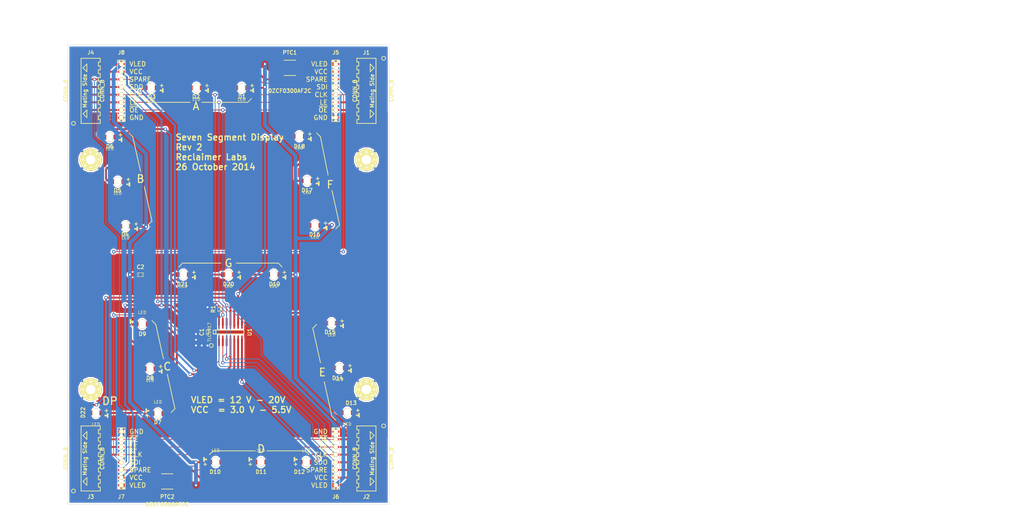
<source format=kicad_pcb>
(kicad_pcb (version 3) (host pcbnew "(2013-07-07 BZR 4022)-stable")
  (title_block (title "Clock Full Digit") (rev 1))
  (layers (15 F.Cu signal) (0 B.Cu signal) (18 B.Paste user) (19 F.Paste user) (20 B.SilkS user hide) (21 F.SilkS user) (22 B.Mask user) (23 F.Mask user) (28 Edge.Cuts user))
  (net 0 "")
  (net 1 /CLK)
  (net 2 /LE)
  (net 3 /SDI)
  (net 4 /SDO)
  (net 5 /SPARE)
  (net 6 /~OE)
  (net 7 GND)
  (net 8 N-000001)
  (net 9 N-0000010)
  (net 10 N-0000011)
  (net 11 N-0000012)
  (net 12 N-0000013)
  (net 13 N-0000014)
  (net 14 N-0000015)
  (net 15 N-0000016)
  (net 16 N-0000020)
  (net 17 N-0000021)
  (net 18 N-0000022)
  (net 19 N-0000023)
  (net 20 N-0000024)
  (net 21 N-0000025)
  (net 22 N-0000026)
  (net 23 N-0000028)
  (net 24 N-0000029)
  (net 25 N-000003)
  (net 26 N-0000034)
  (net 27 N-000004)
  (net 28 N-000005)
  (net 29 N-000006)
  (net 30 N-000007)
  (net 31 N-000008)
  (net 32 N-000009)
  (net 33 VCC)
  (net 34 Vled)
  (module c_0805 (layer F.Cu) (at 92.71 144.78 180)
    (fp_text reference C2 (at 0 2.54 180) (layer F.SilkS) (effects (font (size 1.27 1.27) (thickness 0.254))))
    (fp_text value "4.7uF 25V" hide)
    (pad 1 smd rect (at 0.9525 0 180) (size 1.30048 1.4986) (layers F.Cu F.Paste F.Mask) (net 34 Vled))
    (pad 2 smd rect (at -0.9525 0 180) (size 1.30048 1.4986) (layers F.Cu F.Paste F.Mask) (net 7 GND))
  )
  (module c_0603 (layer F.Cu) (at 114.935 163.83 90)
    (fp_text reference C1 (at 0 -1.905 90) (layer F.SilkS) (effects (font (size 1.27 1.27) (thickness 0.254))))
    (fp_text value "0.1uF 12V" hide)
    (pad 1 smd rect (at 0.75184 0 90) (size 0.89916 1.00076) (layers F.Cu F.Paste F.Mask) (net 33 VCC))
    (pad 2 smd rect (at -0.75184 0 90) (size 0.89916 1.00076) (layers F.Cu F.Paste F.Mask) (net 7 GND))
  )
  (module c_0603 (layer F.Cu) (at 118.745 156.21 270)
    (fp_text reference R1 (at 0 1.905 270) (layer F.SilkS) (effects (font (size 1.27 1.27) (thickness 0.254))))
    (fp_text value "931R 1%" hide)
    (pad 1 smd rect (at 0.75184 0 270) (size 0.89916 1.00076) (layers F.Cu F.Paste F.Mask) (net 8 N-000001))
    (pad 2 smd rect (at -0.75184 0 270) (size 0.89916 1.00076) (layers F.Cu F.Paste F.Mask) (net 7 GND))
  )
  (module MTHOLE_3mm (layer F.Cu) (at 167.64 182.88)
    (fp_text reference X2 hide)
    (fp_text value MTHOLE hide)
    (pad 1 thru_hole circle (at 0 0) (size 7.3 7.3) (drill 3.1) (layers *.Cu *.Mask F.SilkS) (net 7 GND))
  )
  (module MTHOLE_3mm (layer F.Cu) (at 76.2 106.68)
    (fp_text reference X3 hide)
    (fp_text value MTHOLE hide)
    (pad 1 thru_hole circle (at 0 0) (size 7.3 7.3) (drill 3.1) (layers *.Cu *.Mask F.SilkS) (net 7 GND))
  )
  (module MTHOLE_3mm (layer F.Cu) (at 76.2 182.88)
    (fp_text reference X4 hide)
    (fp_text value MTHOLE hide)
    (pad 1 thru_hole circle (at 0 0) (size 7.3 7.3) (drill 3.1) (layers *.Cu *.Mask F.SilkS) (net 7 GND))
  )
  (module MTHOLE_3mm (layer F.Cu) (at 167.64 106.68)
    (fp_text reference X1 hide)
    (fp_text value MTHOLE hide)
    (pad 1 thru_hole circle (at 0 0) (size 7.3 7.3) (drill 3.1) (layers *.Cu *.Mask F.SilkS) (net 7 GND))
  )
  (module HEADER_8X1 (layer F.Cu) (at 157.48 83.82 270)
    (fp_text reference J5 (at -12.7 0 360) (layer F.SilkS) (effects (font (size 1.27 1.27) (thickness 0.254))))
    (fp_text value CONN_8 (at 0 -6.35 270) (layer F.SilkS) (effects (font (size 1.27 1.27) (thickness 0.254))))
    (pad 1 thru_hole rect (at -8.89 0 270) (size 1.524 1.524) (drill 1.016) (layers *.Cu *.Mask F.SilkS) (net 16 N-0000020))
    (pad 2 thru_hole circle (at -6.35 0 270) (size 1.524 1.524) (drill 1.016) (layers *.Cu *.Mask F.SilkS) (net 33 VCC))
    (pad 3 thru_hole circle (at -3.81 0 270) (size 1.524 1.524) (drill 1.016) (layers *.Cu *.Mask F.SilkS) (net 5 /SPARE))
    (pad 4 thru_hole circle (at -1.27 0 270) (size 1.524 1.524) (drill 1.016) (layers *.Cu *.Mask F.SilkS) (net 3 /SDI))
    (pad 5 thru_hole circle (at 1.27 0 270) (size 1.524 1.524) (drill 1.016) (layers *.Cu *.Mask F.SilkS) (net 1 /CLK))
    (pad 6 thru_hole circle (at 3.81 0 270) (size 1.524 1.524) (drill 1.016) (layers *.Cu *.Mask F.SilkS) (net 2 /LE))
    (pad 7 thru_hole circle (at 6.35 0 270) (size 1.524 1.524) (drill 1.016) (layers *.Cu *.Mask F.SilkS) (net 6 /~OE))
    (pad 8 thru_hole circle (at 8.89 0 270) (size 1.524 1.524) (drill 1.016) (layers *.Cu *.Mask F.SilkS) (net 7 GND))
  )
  (module HEADER_8X1 (layer F.Cu) (at 86.36 83.82 90)
    (fp_text reference J8 (at 12.7 0 180) (layer F.SilkS) (effects (font (size 1.27 1.27) (thickness 0.254))))
    (fp_text value CONN_8 (at 0 -6.35 90) (layer F.SilkS) (effects (font (size 1.27 1.27) (thickness 0.254))))
    (pad 1 thru_hole rect (at -8.89 0 90) (size 1.524 1.524) (drill 1.016) (layers *.Cu *.Mask F.SilkS) (net 7 GND))
    (pad 2 thru_hole circle (at -6.35 0 90) (size 1.524 1.524) (drill 1.016) (layers *.Cu *.Mask F.SilkS) (net 6 /~OE))
    (pad 3 thru_hole circle (at -3.81 0 90) (size 1.524 1.524) (drill 1.016) (layers *.Cu *.Mask F.SilkS) (net 2 /LE))
    (pad 4 thru_hole circle (at -1.27 0 90) (size 1.524 1.524) (drill 1.016) (layers *.Cu *.Mask F.SilkS) (net 1 /CLK))
    (pad 5 thru_hole circle (at 1.27 0 90) (size 1.524 1.524) (drill 1.016) (layers *.Cu *.Mask F.SilkS) (net 4 /SDO))
    (pad 6 thru_hole circle (at 3.81 0 90) (size 1.524 1.524) (drill 1.016) (layers *.Cu *.Mask F.SilkS) (net 5 /SPARE))
    (pad 7 thru_hole circle (at 6.35 0 90) (size 1.524 1.524) (drill 1.016) (layers *.Cu *.Mask F.SilkS) (net 33 VCC))
    (pad 8 thru_hole circle (at 8.89 0 90) (size 1.524 1.524) (drill 1.016) (layers *.Cu *.Mask F.SilkS) (net 34 Vled))
  )
  (module HEADER_8X1 (layer F.Cu) (at 157.48 205.74 270)
    (fp_text reference J6 (at 12.7 0 360) (layer F.SilkS) (effects (font (size 1.27 1.27) (thickness 0.254))))
    (fp_text value CONN_8 (at 0 -6.35 270) (layer F.SilkS) (effects (font (size 1.27 1.27) (thickness 0.254))))
    (pad 1 thru_hole rect (at -8.89 0 270) (size 1.524 1.524) (drill 1.016) (layers *.Cu *.Mask F.SilkS) (net 7 GND))
    (pad 2 thru_hole circle (at -6.35 0 270) (size 1.524 1.524) (drill 1.016) (layers *.Cu *.Mask F.SilkS) (net 6 /~OE))
    (pad 3 thru_hole circle (at -3.81 0 270) (size 1.524 1.524) (drill 1.016) (layers *.Cu *.Mask F.SilkS) (net 2 /LE))
    (pad 4 thru_hole circle (at -1.27 0 270) (size 1.524 1.524) (drill 1.016) (layers *.Cu *.Mask F.SilkS) (net 1 /CLK))
    (pad 5 thru_hole circle (at 1.27 0 270) (size 1.524 1.524) (drill 1.016) (layers *.Cu *.Mask F.SilkS) (net 4 /SDO))
    (pad 6 thru_hole circle (at 3.81 0 270) (size 1.524 1.524) (drill 1.016) (layers *.Cu *.Mask F.SilkS) (net 5 /SPARE))
    (pad 7 thru_hole circle (at 6.35 0 270) (size 1.524 1.524) (drill 1.016) (layers *.Cu *.Mask F.SilkS) (net 33 VCC))
    (pad 8 thru_hole circle (at 8.89 0 270) (size 1.524 1.524) (drill 1.016) (layers *.Cu *.Mask F.SilkS) (net 34 Vled))
  )
  (module HEADER_8X1 (layer F.Cu) (at 86.36 205.74 90)
    (fp_text reference J7 (at -12.7 0 180) (layer F.SilkS) (effects (font (size 1.27 1.27) (thickness 0.254))))
    (fp_text value CONN_8 (at 0 -6.35 90) (layer F.SilkS) (effects (font (size 1.27 1.27) (thickness 0.254))))
    (pad 1 thru_hole rect (at -8.89 0 90) (size 1.524 1.524) (drill 1.016) (layers *.Cu *.Mask F.SilkS) (net 26 N-0000034))
    (pad 2 thru_hole circle (at -6.35 0 90) (size 1.524 1.524) (drill 1.016) (layers *.Cu *.Mask F.SilkS) (net 33 VCC))
    (pad 3 thru_hole circle (at -3.81 0 90) (size 1.524 1.524) (drill 1.016) (layers *.Cu *.Mask F.SilkS) (net 5 /SPARE))
    (pad 4 thru_hole circle (at -1.27 0 90) (size 1.524 1.524) (drill 1.016) (layers *.Cu *.Mask F.SilkS) (net 3 /SDI))
    (pad 5 thru_hole circle (at 1.27 0 90) (size 1.524 1.524) (drill 1.016) (layers *.Cu *.Mask F.SilkS) (net 1 /CLK))
    (pad 6 thru_hole circle (at 3.81 0 90) (size 1.524 1.524) (drill 1.016) (layers *.Cu *.Mask F.SilkS) (net 2 /LE))
    (pad 7 thru_hole circle (at 6.35 0 90) (size 1.524 1.524) (drill 1.016) (layers *.Cu *.Mask F.SilkS) (net 6 /~OE))
    (pad 8 thru_hole circle (at 8.89 0 90) (size 1.524 1.524) (drill 1.016) (layers *.Cu *.Mask F.SilkS) (net 7 GND))
  )
  (module 2920_ptc (layer F.Cu) (at 142.24 76.2 180)
    (fp_text reference PTC1 (at 0 5.08 180) (layer F.SilkS) (effects (font (size 1.27 1.27) (thickness 0.254))))
    (fp_text value 0ZCF0300AF2C (at 0 -7.62 180) (layer F.SilkS) (effects (font (size 1.27 1.27) (thickness 0.254))))
    (pad 1 smd rect (at -3.7 0 180) (size 2.3 5.6) (layers F.Cu F.Paste F.Mask) (net 16 N-0000020))
    (pad 2 smd rect (at 3.7 0 180) (size 2.3 5.6) (layers F.Cu F.Paste F.Mask) (net 34 Vled))
  )
  (module 2920_ptc (layer F.Cu) (at 101.6 213.36 180)
    (fp_text reference PTC2 (at 0 -5.08 180) (layer F.SilkS) (effects (font (size 1.27 1.27) (thickness 0.254))))
    (fp_text value 0ZCF0300AF2C (at 0 -7.62 180) (layer F.SilkS) (effects (font (size 1.27 1.27) (thickness 0.254))))
    (pad 1 smd rect (at -3.7 0 180) (size 2.3 5.6) (layers F.Cu F.Paste F.Mask) (net 34 Vled))
    (pad 2 smd rect (at 3.7 0 180) (size 2.3 5.6) (layers F.Cu F.Paste F.Mask) (net 26 N-0000034))
  )
  (module SSM-SH-08 (layer F.Cu) (at 167.64 83.82 270)
    (fp_text reference J1 (at -12.7 0 360) (layer F.SilkS) (effects (font (size 1.27 1.27) (thickness 0.254))))
    (fp_text value CONN_8 (at 0 -8.255 270) (layer F.SilkS) (effects (font (size 1.27 1.27) (thickness 0.254))))
    (fp_text user "Mating Side" (at 0 -1.905 270) (layer F.SilkS) (effects (font (size 1.27 1.27) (thickness 0.254))))
    (pad 1 smd rect (at -8.89 -5.1435 270) (size 1.016 1.905) (layers F.Cu F.Paste F.Mask) (net 16 N-0000020))
    (pad 2 smd rect (at -6.35 -5.1435 270) (size 1.016 1.905) (layers F.Cu F.Paste F.Mask) (net 33 VCC))
    (pad 3 smd rect (at -3.81 -5.1435 270) (size 1.016 1.905) (layers F.Cu F.Paste F.Mask) (net 5 /SPARE))
    (pad 4 smd rect (at -1.27 -5.1435 270) (size 1.016 1.905) (layers F.Cu F.Paste F.Mask) (net 3 /SDI))
    (pad 5 smd rect (at 1.27 -5.1435 270) (size 1.016 1.905) (layers F.Cu F.Paste F.Mask) (net 1 /CLK))
    (pad 6 smd rect (at 3.81 -5.1435 270) (size 1.016 1.905) (layers F.Cu F.Paste F.Mask) (net 2 /LE))
    (pad 7 smd rect (at 6.35 -5.1435 270) (size 1.016 1.905) (layers F.Cu F.Paste F.Mask) (net 6 /~OE))
    (pad 8 smd rect (at 8.89 -5.1435 270) (size 1.016 1.905) (layers F.Cu F.Paste F.Mask) (net 7 GND))
    (pad 1 smd rect (at -8.89 5.1435 270) (size 1.016 1.905) (layers F.Cu F.Paste F.Mask) (net 16 N-0000020))
    (pad 2 smd rect (at -6.35 5.1435 270) (size 1.016 1.905) (layers F.Cu F.Paste F.Mask) (net 33 VCC))
    (pad 3 smd rect (at -3.81 5.1435 270) (size 1.016 1.905) (layers F.Cu F.Paste F.Mask) (net 5 /SPARE))
    (pad 4 smd rect (at -1.27 5.1435 270) (size 1.016 1.905) (layers F.Cu F.Paste F.Mask) (net 3 /SDI))
    (pad 5 smd rect (at 1.27 5.1435 270) (size 1.016 1.905) (layers F.Cu F.Paste F.Mask) (net 1 /CLK))
    (pad 6 smd rect (at 3.81 5.1435 270) (size 1.016 1.905) (layers F.Cu F.Paste F.Mask) (net 2 /LE))
    (pad 7 smd rect (at 6.35 5.1435 270) (size 1.016 1.905) (layers F.Cu F.Paste F.Mask) (net 6 /~OE))
    (pad 8 smd rect (at 8.89 5.1435 270) (size 1.016 1.905) (layers F.Cu F.Paste F.Mask) (net 7 GND))
  )
  (module SSM-SH-08 (layer F.Cu) (at 76.2 83.82 90)
    (fp_text reference J4 (at 12.7 0 180) (layer F.SilkS) (effects (font (size 1.27 1.27) (thickness 0.254))))
    (fp_text value CONN_8 (at 0 -8.255 90) (layer F.SilkS) (effects (font (size 1.27 1.27) (thickness 0.254))))
    (fp_text user "Mating Side" (at 0 -1.905 90) (layer F.SilkS) (effects (font (size 1.27 1.27) (thickness 0.254))))
    (pad 1 smd rect (at -8.89 -5.1435 90) (size 1.016 1.905) (layers F.Cu F.Paste F.Mask) (net 7 GND))
    (pad 2 smd rect (at -6.35 -5.1435 90) (size 1.016 1.905) (layers F.Cu F.Paste F.Mask) (net 6 /~OE))
    (pad 3 smd rect (at -3.81 -5.1435 90) (size 1.016 1.905) (layers F.Cu F.Paste F.Mask) (net 2 /LE))
    (pad 4 smd rect (at -1.27 -5.1435 90) (size 1.016 1.905) (layers F.Cu F.Paste F.Mask) (net 1 /CLK))
    (pad 5 smd rect (at 1.27 -5.1435 90) (size 1.016 1.905) (layers F.Cu F.Paste F.Mask) (net 4 /SDO))
    (pad 6 smd rect (at 3.81 -5.1435 90) (size 1.016 1.905) (layers F.Cu F.Paste F.Mask) (net 5 /SPARE))
    (pad 7 smd rect (at 6.35 -5.1435 90) (size 1.016 1.905) (layers F.Cu F.Paste F.Mask) (net 33 VCC))
    (pad 8 smd rect (at 8.89 -5.1435 90) (size 1.016 1.905) (layers F.Cu F.Paste F.Mask) (net 34 Vled))
    (pad 1 smd rect (at -8.89 5.1435 90) (size 1.016 1.905) (layers F.Cu F.Paste F.Mask) (net 7 GND))
    (pad 2 smd rect (at -6.35 5.1435 90) (size 1.016 1.905) (layers F.Cu F.Paste F.Mask) (net 6 /~OE))
    (pad 3 smd rect (at -3.81 5.1435 90) (size 1.016 1.905) (layers F.Cu F.Paste F.Mask) (net 2 /LE))
    (pad 4 smd rect (at -1.27 5.1435 90) (size 1.016 1.905) (layers F.Cu F.Paste F.Mask) (net 1 /CLK))
    (pad 5 smd rect (at 1.27 5.1435 90) (size 1.016 1.905) (layers F.Cu F.Paste F.Mask) (net 4 /SDO))
    (pad 6 smd rect (at 3.81 5.1435 90) (size 1.016 1.905) (layers F.Cu F.Paste F.Mask) (net 5 /SPARE))
    (pad 7 smd rect (at 6.35 5.1435 90) (size 1.016 1.905) (layers F.Cu F.Paste F.Mask) (net 33 VCC))
    (pad 8 smd rect (at 8.89 5.1435 90) (size 1.016 1.905) (layers F.Cu F.Paste F.Mask) (net 34 Vled))
  )
  (module SSM-SH-08 (layer F.Cu) (at 167.64 205.74 270)
    (fp_text reference J2 (at 12.7 0 360) (layer F.SilkS) (effects (font (size 1.27 1.27) (thickness 0.254))))
    (fp_text value CONN_8 (at 0 -8.255 270) (layer F.SilkS) (effects (font (size 1.27 1.27) (thickness 0.254))))
    (fp_text user "Mating Side" (at 0 -1.905 270) (layer F.SilkS) (effects (font (size 1.27 1.27) (thickness 0.254))))
    (pad 1 smd rect (at -8.89 -5.1435 270) (size 1.016 1.905) (layers F.Cu F.Paste F.Mask) (net 7 GND))
    (pad 2 smd rect (at -6.35 -5.1435 270) (size 1.016 1.905) (layers F.Cu F.Paste F.Mask) (net 6 /~OE))
    (pad 3 smd rect (at -3.81 -5.1435 270) (size 1.016 1.905) (layers F.Cu F.Paste F.Mask) (net 2 /LE))
    (pad 4 smd rect (at -1.27 -5.1435 270) (size 1.016 1.905) (layers F.Cu F.Paste F.Mask) (net 1 /CLK))
    (pad 5 smd rect (at 1.27 -5.1435 270) (size 1.016 1.905) (layers F.Cu F.Paste F.Mask) (net 4 /SDO))
    (pad 6 smd rect (at 3.81 -5.1435 270) (size 1.016 1.905) (layers F.Cu F.Paste F.Mask) (net 5 /SPARE))
    (pad 7 smd rect (at 6.35 -5.1435 270) (size 1.016 1.905) (layers F.Cu F.Paste F.Mask) (net 33 VCC))
    (pad 8 smd rect (at 8.89 -5.1435 270) (size 1.016 1.905) (layers F.Cu F.Paste F.Mask) (net 34 Vled))
    (pad 1 smd rect (at -8.89 5.1435 270) (size 1.016 1.905) (layers F.Cu F.Paste F.Mask) (net 7 GND))
    (pad 2 smd rect (at -6.35 5.1435 270) (size 1.016 1.905) (layers F.Cu F.Paste F.Mask) (net 6 /~OE))
    (pad 3 smd rect (at -3.81 5.1435 270) (size 1.016 1.905) (layers F.Cu F.Paste F.Mask) (net 2 /LE))
    (pad 4 smd rect (at -1.27 5.1435 270) (size 1.016 1.905) (layers F.Cu F.Paste F.Mask) (net 1 /CLK))
    (pad 5 smd rect (at 1.27 5.1435 270) (size 1.016 1.905) (layers F.Cu F.Paste F.Mask) (net 4 /SDO))
    (pad 6 smd rect (at 3.81 5.1435 270) (size 1.016 1.905) (layers F.Cu F.Paste F.Mask) (net 5 /SPARE))
    (pad 7 smd rect (at 6.35 5.1435 270) (size 1.016 1.905) (layers F.Cu F.Paste F.Mask) (net 33 VCC))
    (pad 8 smd rect (at 8.89 5.1435 270) (size 1.016 1.905) (layers F.Cu F.Paste F.Mask) (net 34 Vled))
  )
  (module SSM-SH-08 (layer F.Cu) (at 76.2 205.74 90)
    (fp_text reference J3 (at -12.7 0 180) (layer F.SilkS) (effects (font (size 1.27 1.27) (thickness 0.254))))
    (fp_text value CONN_8 (at 0 -8.255 90) (layer F.SilkS) (effects (font (size 1.27 1.27) (thickness 0.254))))
    (fp_text user "Mating Side" (at 0 -1.905 90) (layer F.SilkS) (effects (font (size 1.27 1.27) (thickness 0.254))))
    (pad 1 smd rect (at -8.89 -5.1435 90) (size 1.016 1.905) (layers F.Cu F.Paste F.Mask) (net 26 N-0000034))
    (pad 2 smd rect (at -6.35 -5.1435 90) (size 1.016 1.905) (layers F.Cu F.Paste F.Mask) (net 33 VCC))
    (pad 3 smd rect (at -3.81 -5.1435 90) (size 1.016 1.905) (layers F.Cu F.Paste F.Mask) (net 5 /SPARE))
    (pad 4 smd rect (at -1.27 -5.1435 90) (size 1.016 1.905) (layers F.Cu F.Paste F.Mask) (net 3 /SDI))
    (pad 5 smd rect (at 1.27 -5.1435 90) (size 1.016 1.905) (layers F.Cu F.Paste F.Mask) (net 1 /CLK))
    (pad 6 smd rect (at 3.81 -5.1435 90) (size 1.016 1.905) (layers F.Cu F.Paste F.Mask) (net 2 /LE))
    (pad 7 smd rect (at 6.35 -5.1435 90) (size 1.016 1.905) (layers F.Cu F.Paste F.Mask) (net 6 /~OE))
    (pad 8 smd rect (at 8.89 -5.1435 90) (size 1.016 1.905) (layers F.Cu F.Paste F.Mask) (net 7 GND))
    (pad 1 smd rect (at -8.89 5.1435 90) (size 1.016 1.905) (layers F.Cu F.Paste F.Mask) (net 26 N-0000034))
    (pad 2 smd rect (at -6.35 5.1435 90) (size 1.016 1.905) (layers F.Cu F.Paste F.Mask) (net 33 VCC))
    (pad 3 smd rect (at -3.81 5.1435 90) (size 1.016 1.905) (layers F.Cu F.Paste F.Mask) (net 5 /SPARE))
    (pad 4 smd rect (at -1.27 5.1435 90) (size 1.016 1.905) (layers F.Cu F.Paste F.Mask) (net 3 /SDI))
    (pad 5 smd rect (at 1.27 5.1435 90) (size 1.016 1.905) (layers F.Cu F.Paste F.Mask) (net 1 /CLK))
    (pad 6 smd rect (at 3.81 5.1435 90) (size 1.016 1.905) (layers F.Cu F.Paste F.Mask) (net 2 /LE))
    (pad 7 smd rect (at 6.35 5.1435 90) (size 1.016 1.905) (layers F.Cu F.Paste F.Mask) (net 6 /~OE))
    (pad 8 smd rect (at 8.89 5.1435 90) (size 1.016 1.905) (layers F.Cu F.Paste F.Mask) (net 7 GND))
  )
  (module SOIC16_Jason (layer F.Cu) (at 121.92 163.83 90)
    (fp_text reference U1 (at 0 6.985 90) (layer F.SilkS) (effects (font (size 1.27 1.27) (thickness 0.254))))
    (fp_text value TLC5917 (at 0 -6.35 90) (layer F.SilkS))
    (pad 1 smd rect (at -2.3241 -4.445 90) (size 2.3876 0.508) (layers F.Cu F.Paste F.Mask) (net 7 GND))
    (pad 2 smd rect (at -2.3241 -3.175 90) (size 2.3876 0.508) (layers F.Cu F.Paste F.Mask) (net 3 /SDI))
    (pad 3 smd rect (at -2.3241 -1.905 90) (size 2.3876 0.508) (layers F.Cu F.Paste F.Mask) (net 1 /CLK))
    (pad 4 smd rect (at -2.3241 -0.635 90) (size 2.3876 0.508) (layers F.Cu F.Paste F.Mask) (net 2 /LE))
    (pad 5 smd rect (at -2.3241 0.635 90) (size 2.3876 0.508) (layers F.Cu F.Paste F.Mask) (net 29 N-000006))
    (pad 6 smd rect (at -2.3241 1.905 90) (size 2.3876 0.508) (layers F.Cu F.Paste F.Mask) (net 9 N-0000010))
    (pad 7 smd rect (at -2.3241 3.175 90) (size 2.3876 0.508) (layers F.Cu F.Paste F.Mask) (net 32 N-000009))
    (pad 8 smd rect (at -2.3241 4.445 90) (size 2.3876 0.508) (layers F.Cu F.Paste F.Mask) (net 31 N-000008))
    (pad 9 smd rect (at 2.3241 4.445 90) (size 2.3876 0.508) (layers F.Cu F.Paste F.Mask) (net 30 N-000007))
    (pad 10 smd rect (at 2.3241 3.175 90) (size 2.3876 0.508) (layers F.Cu F.Paste F.Mask) (net 28 N-000005))
    (pad 11 smd rect (at 2.3241 1.905 90) (size 2.3876 0.508) (layers F.Cu F.Paste F.Mask) (net 27 N-000004))
    (pad 12 smd rect (at 2.3241 0.635 90) (size 2.3876 0.508) (layers F.Cu F.Paste F.Mask) (net 25 N-000003))
    (pad 13 smd rect (at 2.3241 -0.635 90) (size 2.3876 0.508) (layers F.Cu F.Paste F.Mask) (net 6 /~OE))
    (pad 14 smd rect (at 2.3241 -1.905 90) (size 2.3876 0.508) (layers F.Cu F.Paste F.Mask) (net 4 /SDO))
    (pad 15 smd rect (at 2.3241 -3.175 90) (size 2.3876 0.508) (layers F.Cu F.Paste F.Mask) (net 8 N-000001))
    (pad 16 smd rect (at 2.3241 -4.445 90) (size 2.3876 0.508) (layers F.Cu F.Paste F.Mask) (net 33 VCC))
  )
  (module 1206_LED_Reverse (layer F.Cu) (at 145.36645 98.8987 180)
    (fp_text reference D18 (at -0.04855 -3.3363 180) (layer F.SilkS) (effects (font (size 1.27 1.27) (thickness 0.254))))
    (fp_text value LED (at 0 -3.81 180) (layer F.SilkS))
    (pad 1 smd rect (at -1.9 0 180) (size 1.3 1.6) (layers F.Cu F.Paste F.Mask) (net 10 N-0000011) (thermal_gap 0.127))
    (pad 2 smd rect (at 1.9 0 180) (size 1.3 1.6) (layers F.Cu F.Paste F.Mask) (net 28 N-000005) (thermal_gap 0.127))
    (pad "" thru_hole oval (at 0 0 180) (size 2.1524 3.1524) (drill oval 2 3) (layers *.Cu *.Mask F.SilkS))
  )
  (module 1206_LED_Reverse (layer F.Cu) (at 126.24945 82.819 180)
    (fp_text reference D1 (at -0.11555 -2.906 180) (layer F.SilkS) (effects (font (size 1.27 1.27) (thickness 0.254))))
    (fp_text value LED (at 0 -3.81 180) (layer F.SilkS))
    (pad 1 smd rect (at -1.9 0 180) (size 1.3 1.6) (layers F.Cu F.Paste F.Mask) (net 34 Vled) (thermal_gap 0.127))
    (pad 2 smd rect (at 1.9 0 180) (size 1.3 1.6) (layers F.Cu F.Paste F.Mask) (net 17 N-0000021) (thermal_gap 0.127))
    (pad "" thru_hole oval (at 0 0 180) (size 2.1524 3.1524) (drill oval 2 3) (layers *.Cu *.Mask F.SilkS))
  )
  (module 1206_LED_Reverse (layer F.Cu) (at 111.2499 82.819 180)
    (fp_text reference D2 (at 0.1249 -2.906 180) (layer F.SilkS) (effects (font (size 1.27 1.27) (thickness 0.254))))
    (fp_text value LED (at 0 -3.81 180) (layer F.SilkS))
    (pad 1 smd rect (at -1.9 0 180) (size 1.3 1.6) (layers F.Cu F.Paste F.Mask) (net 17 N-0000021) (thermal_gap 0.127))
    (pad 2 smd rect (at 1.9 0 180) (size 1.3 1.6) (layers F.Cu F.Paste F.Mask) (net 18 N-0000022) (thermal_gap 0.127))
    (pad "" thru_hole oval (at 0 0 180) (size 2.1524 3.1524) (drill oval 2 3) (layers *.Cu *.Mask F.SilkS))
  )
  (module 1206_LED_Reverse (layer F.Cu) (at 96.25035 82.819 180)
    (fp_text reference D3 (at -0.26965 -2.906 180) (layer F.SilkS) (effects (font (size 1.27 1.27) (thickness 0.254))))
    (fp_text value LED (at 0 -3.81 180) (layer F.SilkS))
    (pad 1 smd rect (at -1.9 0 180) (size 1.3 1.6) (layers F.Cu F.Paste F.Mask) (net 18 N-0000022) (thermal_gap 0.127))
    (pad 2 smd rect (at 1.9 0 180) (size 1.3 1.6) (layers F.Cu F.Paste F.Mask) (net 29 N-000006) (thermal_gap 0.127))
    (pad "" thru_hole oval (at 0 0 180) (size 2.1524 3.1524) (drill oval 2 3) (layers *.Cu *.Mask F.SilkS))
  )
  (module 1206_LED_Reverse (layer F.Cu) (at 87.78105 128.71165 180)
    (fp_text reference D4 (at 0.15105 -2.73335 180) (layer F.SilkS) (effects (font (size 1.27 1.27) (thickness 0.254))))
    (fp_text value LED (at 0 -3.81 180) (layer F.SilkS))
    (pad 1 smd rect (at -1.9 0 180) (size 1.3 1.6) (layers F.Cu F.Paste F.Mask) (net 34 Vled) (thermal_gap 0.127))
    (pad 2 smd rect (at 1.9 0 180) (size 1.3 1.6) (layers F.Cu F.Paste F.Mask) (net 24 N-0000029) (thermal_gap 0.127))
    (pad "" thru_hole oval (at 0 0 180) (size 2.1524 3.1524) (drill oval 2 3) (layers *.Cu *.Mask F.SilkS))
  )
  (module 1206_LED_Reverse (layer F.Cu) (at 85.1764 113.9401 180)
    (fp_text reference D5 (at 0.0864 -2.8999 180) (layer F.SilkS) (effects (font (size 1.27 1.27) (thickness 0.254))))
    (fp_text value LED (at 0 -3.81 180) (layer F.SilkS))
    (pad 1 smd rect (at -1.9 0 180) (size 1.3 1.6) (layers F.Cu F.Paste F.Mask) (net 24 N-0000029) (thermal_gap 0.127))
    (pad 2 smd rect (at 1.9 0 180) (size 1.3 1.6) (layers F.Cu F.Paste F.Mask) (net 23 N-0000028) (thermal_gap 0.127))
    (pad "" thru_hole oval (at 0 0 180) (size 2.1524 3.1524) (drill oval 2 3) (layers *.Cu *.Mask F.SilkS))
  )
  (module 1206_LED_Reverse (layer F.Cu) (at 77.9267 190.6401 180)
    (fp_text reference D22 (at 4.2667 0.1401 270) (layer F.SilkS) (effects (font (size 1.27 1.27) (thickness 0.254))))
    (fp_text value LED (at 0 -3.81 180) (layer F.SilkS))
    (pad 1 smd rect (at -1.9 0 180) (size 1.3 1.6) (layers F.Cu F.Paste F.Mask) (net 34 Vled) (thermal_gap 0.127))
    (pad 2 smd rect (at 1.9 0 180) (size 1.3 1.6) (layers F.Cu F.Paste F.Mask) (net 25 N-000003) (thermal_gap 0.127))
    (pad "" thru_hole oval (at 0 0 180) (size 2.1524 3.1524) (drill oval 2 3) (layers *.Cu *.Mask F.SilkS))
  )
  (module 1206_LED_Reverse (layer F.Cu) (at 106.919 144.7688 180)
    (fp_text reference D21 (at 0.239 -3.1862 180) (layer F.SilkS) (effects (font (size 1.27 1.27) (thickness 0.254))))
    (fp_text value LED (at 0 -3.81 180) (layer F.SilkS))
    (pad 1 smd rect (at -1.9 0 180) (size 1.3 1.6) (layers F.Cu F.Paste F.Mask) (net 11 N-0000012) (thermal_gap 0.127))
    (pad 2 smd rect (at 1.9 0 180) (size 1.3 1.6) (layers F.Cu F.Paste F.Mask) (net 27 N-000004) (thermal_gap 0.127))
    (pad "" thru_hole oval (at 0 0 180) (size 2.1524 3.1524) (drill oval 2 3) (layers *.Cu *.Mask F.SilkS))
  )
  (module 1206_LED_Reverse (layer F.Cu) (at 121.9202 144.7688 180)
    (fp_text reference D20 (at 0.0002 -3.1862 180) (layer F.SilkS) (effects (font (size 1.27 1.27) (thickness 0.254))))
    (fp_text value LED (at 0 -3.81 180) (layer F.SilkS))
    (pad 1 smd rect (at -1.9 0 180) (size 1.3 1.6) (layers F.Cu F.Paste F.Mask) (net 12 N-0000013) (thermal_gap 0.127))
    (pad 2 smd rect (at 1.9 0 180) (size 1.3 1.6) (layers F.Cu F.Paste F.Mask) (net 11 N-0000012) (thermal_gap 0.127))
    (pad "" thru_hole oval (at 0 0 180) (size 2.1524 3.1524) (drill oval 2 3) (layers *.Cu *.Mask F.SilkS))
  )
  (module 1206_LED_Reverse (layer F.Cu) (at 136.9214 144.7688 180)
    (fp_text reference D19 (at -0.2386 -3.1862 180) (layer F.SilkS) (effects (font (size 1.27 1.27) (thickness 0.254))))
    (fp_text value LED (at 0 -3.81 180) (layer F.SilkS))
    (pad 1 smd rect (at -1.9 0 180) (size 1.3 1.6) (layers F.Cu F.Paste F.Mask) (net 34 Vled) (thermal_gap 0.127))
    (pad 2 smd rect (at 1.9 0 180) (size 1.3 1.6) (layers F.Cu F.Paste F.Mask) (net 12 N-0000013) (thermal_gap 0.127))
    (pad "" thru_hole oval (at 0 0 180) (size 2.1524 3.1524) (drill oval 2 3) (layers *.Cu *.Mask F.SilkS))
  )
  (module 1206_LED_Reverse (layer F.Cu) (at 82.57175 99.16855 180)
    (fp_text reference D6 (at 0.02175 -3.06645 180) (layer F.SilkS) (effects (font (size 1.27 1.27) (thickness 0.254))))
    (fp_text value LED (at 0 -3.81 180) (layer F.SilkS))
    (pad 1 smd rect (at -1.9 0 180) (size 1.3 1.6) (layers F.Cu F.Paste F.Mask) (net 23 N-0000028) (thermal_gap 0.127))
    (pad 2 smd rect (at 1.9 0 180) (size 1.3 1.6) (layers F.Cu F.Paste F.Mask) (net 9 N-0000010) (thermal_gap 0.127))
    (pad "" thru_hole oval (at 0 0 180) (size 2.1524 3.1524) (drill oval 2 3) (layers *.Cu *.Mask F.SilkS))
  )
  (module 1206_LED_Reverse (layer F.Cu) (at 147.9711 113.6704 180)
    (fp_text reference D17 (at 0.0161 -3.1696 180) (layer F.SilkS) (effects (font (size 1.27 1.27) (thickness 0.254))))
    (fp_text value LED (at 0 -3.81 180) (layer F.SilkS))
    (pad 1 smd rect (at -1.9 0 180) (size 1.3 1.6) (layers F.Cu F.Paste F.Mask) (net 13 N-0000014) (thermal_gap 0.127))
    (pad 2 smd rect (at 1.9 0 180) (size 1.3 1.6) (layers F.Cu F.Paste F.Mask) (net 10 N-0000011) (thermal_gap 0.127))
    (pad "" thru_hole oval (at 0 0 180) (size 2.1524 3.1524) (drill oval 2 3) (layers *.Cu *.Mask F.SilkS))
  )
  (module 1206_LED_Reverse (layer F.Cu) (at 150.57575 128.4421 180)
    (fp_text reference D16 (at 0.08075 -3.0029 180) (layer F.SilkS) (effects (font (size 1.27 1.27) (thickness 0.254))))
    (fp_text value LED (at 0 -3.81 180) (layer F.SilkS))
    (pad 1 smd rect (at -1.9 0 180) (size 1.3 1.6) (layers F.Cu F.Paste F.Mask) (net 34 Vled) (thermal_gap 0.127))
    (pad 2 smd rect (at 1.9 0 180) (size 1.3 1.6) (layers F.Cu F.Paste F.Mask) (net 13 N-0000014) (thermal_gap 0.127))
    (pad "" thru_hole oval (at 0 0 180) (size 2.1524 3.1524) (drill oval 2 3) (layers *.Cu *.Mask F.SilkS))
  )
  (module 1206_LED_Reverse (layer F.Cu) (at 156.06948 160.88347 180)
    (fp_text reference D15 (at 0.49448 -2.94653 180) (layer F.SilkS) (effects (font (size 1.27 1.27) (thickness 0.254))))
    (fp_text value LED (at 0 -3.81 180) (layer F.SilkS))
    (pad 1 smd rect (at -1.9 0 180) (size 1.3 1.6) (layers F.Cu F.Paste F.Mask) (net 14 N-0000015) (thermal_gap 0.127))
    (pad 2 smd rect (at 1.9 0 180) (size 1.3 1.6) (layers F.Cu F.Paste F.Mask) (net 30 N-000007) (thermal_gap 0.127))
    (pad "" thru_hole oval (at 0 0 180) (size 2.1524 3.1524) (drill oval 2 3) (layers *.Cu *.Mask F.SilkS))
  )
  (module 1206_LED_Reverse (layer F.Cu) (at 158.68425 175.71255 180)
    (fp_text reference D14 (at 0.56925 -3.35745 180) (layer F.SilkS) (effects (font (size 1.27 1.27) (thickness 0.254))))
    (fp_text value LED (at 0 -3.81 180) (layer F.SilkS))
    (pad 1 smd rect (at -1.9 0 180) (size 1.3 1.6) (layers F.Cu F.Paste F.Mask) (net 15 N-0000016) (thermal_gap 0.127))
    (pad 2 smd rect (at 1.9 0 180) (size 1.3 1.6) (layers F.Cu F.Paste F.Mask) (net 14 N-0000015) (thermal_gap 0.127))
    (pad "" thru_hole oval (at 0 0 180) (size 2.1524 3.1524) (drill oval 2 3) (layers *.Cu *.Mask F.SilkS))
  )
  (module 1206_LED_Reverse (layer F.Cu) (at 161.29903 190.54162 180)
    (fp_text reference D13 (at -1.26097 3.21662 180) (layer F.SilkS) (effects (font (size 1.27 1.27) (thickness 0.254))))
    (fp_text value LED (at 0 -3.81 180) (layer F.SilkS))
    (pad 1 smd rect (at -1.9 0 180) (size 1.3 1.6) (layers F.Cu F.Paste F.Mask) (net 34 Vled) (thermal_gap 0.127))
    (pad 2 smd rect (at 1.9 0 180) (size 1.3 1.6) (layers F.Cu F.Paste F.Mask) (net 15 N-0000016) (thermal_gap 0.127))
    (pad "" thru_hole oval (at 0 0 180) (size 2.1524 3.1524) (drill oval 2 3) (layers *.Cu *.Mask F.SilkS))
  )
  (module 1206_LED_Reverse (layer F.Cu) (at 147.6548 206.9257)
    (fp_text reference D12 (at -2.2398 3.2593) (layer F.SilkS) (effects (font (size 1.27 1.27) (thickness 0.254))))
    (fp_text value LED (at 0 -3.81) (layer F.SilkS))
    (pad 1 smd rect (at -1.9 0) (size 1.3 1.6) (layers F.Cu F.Paste F.Mask) (net 20 N-0000024) (thermal_gap 0.127))
    (pad 2 smd rect (at 1.9 0) (size 1.3 1.6) (layers F.Cu F.Paste F.Mask) (net 31 N-000008) (thermal_gap 0.127))
    (pad "" thru_hole oval (at 0 0) (size 2.1524 3.1524) (drill oval 2 3) (layers *.Cu *.Mask F.SilkS))
  )
  (module 1206_LED_Reverse (layer F.Cu) (at 132.6536 206.9257)
    (fp_text reference D11 (at 0.0614 3.2593) (layer F.SilkS) (effects (font (size 1.27 1.27) (thickness 0.254))))
    (fp_text value LED (at 0 -3.81) (layer F.SilkS))
    (pad 1 smd rect (at -1.9 0) (size 1.3 1.6) (layers F.Cu F.Paste F.Mask) (net 21 N-0000025) (thermal_gap 0.127))
    (pad 2 smd rect (at 1.9 0) (size 1.3 1.6) (layers F.Cu F.Paste F.Mask) (net 20 N-0000024) (thermal_gap 0.127))
    (pad "" thru_hole oval (at 0 0) (size 2.1524 3.1524) (drill oval 2 3) (layers *.Cu *.Mask F.SilkS))
  )
  (module 1206_LED_Reverse (layer F.Cu) (at 117.6524 206.9257)
    (fp_text reference D10 (at -0.1774 3.2593) (layer F.SilkS) (effects (font (size 1.27 1.27) (thickness 0.254))))
    (fp_text value LED (at 0 -3.81) (layer F.SilkS))
    (pad 1 smd rect (at -1.9 0) (size 1.3 1.6) (layers F.Cu F.Paste F.Mask) (net 34 Vled) (thermal_gap 0.127))
    (pad 2 smd rect (at 1.9 0) (size 1.3 1.6) (layers F.Cu F.Paste F.Mask) (net 21 N-0000025) (thermal_gap 0.127))
    (pad "" thru_hole oval (at 0 0) (size 2.1524 3.1524) (drill oval 2 3) (layers *.Cu *.Mask F.SilkS))
  )
  (module 1206_LED_Reverse (layer F.Cu) (at 93.27478 161.15287)
    (fp_text reference D9 (at 0.07022 3.31213) (layer F.SilkS) (effects (font (size 1.27 1.27) (thickness 0.254))))
    (fp_text value LED (at 0 -3.81) (layer F.SilkS))
    (pad 1 smd rect (at -1.9 0) (size 1.3 1.6) (layers F.Cu F.Paste F.Mask) (net 22 N-0000026) (thermal_gap 0.127))
    (pad 2 smd rect (at 1.9 0) (size 1.3 1.6) (layers F.Cu F.Paste F.Mask) (net 32 N-000009) (thermal_gap 0.127))
    (pad "" thru_hole oval (at 0 0) (size 2.1524 3.1524) (drill oval 2 3) (layers *.Cu *.Mask F.SilkS))
  )
  (module 1206_LED_Reverse (layer F.Cu) (at 95.88955 175.98195 180)
    (fp_text reference D8 (at 0.00455 -3.08805 180) (layer F.SilkS) (effects (font (size 1.27 1.27) (thickness 0.254))))
    (fp_text value LED (at 0 -3.81 180) (layer F.SilkS))
    (pad 1 smd rect (at -1.9 0 180) (size 1.3 1.6) (layers F.Cu F.Paste F.Mask) (net 19 N-0000023) (thermal_gap 0.127))
    (pad 2 smd rect (at 1.9 0 180) (size 1.3 1.6) (layers F.Cu F.Paste F.Mask) (net 22 N-0000026) (thermal_gap 0.127))
    (pad "" thru_hole oval (at 0 0 180) (size 2.1524 3.1524) (drill oval 2 3) (layers *.Cu *.Mask F.SilkS))
  )
  (module 1206_LED_Reverse (layer F.Cu) (at 98.50433 190.81102)
    (fp_text reference D7 (at -0.07933 2.86398) (layer F.SilkS) (effects (font (size 1.27 1.27) (thickness 0.254))))
    (fp_text value LED (at 0 -3.81) (layer F.SilkS))
    (pad 1 smd rect (at -1.9 0) (size 1.3 1.6) (layers F.Cu F.Paste F.Mask) (net 34 Vled) (thermal_gap 0.127))
    (pad 2 smd rect (at 1.9 0) (size 1.3 1.6) (layers F.Cu F.Paste F.Mask) (net 19 N-0000023) (thermal_gap 0.127))
    (pad "" thru_hole oval (at 0 0) (size 2.1524 3.1524) (drill oval 2 3) (layers *.Cu *.Mask F.SilkS))
  )
  (gr_text "VLED = 12 V - 20V\nVCC  = 3.0 V - 5.5V" (at 109.22 187.96) (layer F.SilkS) (effects (font (size 2.032 2.032) (thickness 0.381)) (justify left)))
  (gr_line (start 101.6 177.8) (end 104.14 189.23) (angle 90) (layer F.SilkS) (width 0.254))
  (gr_line (start 97.79 161.29) (end 96.52 160.02) (angle 90) (layer F.SilkS) (width 0.254))
  (gr_line (start 100.33 172.72) (end 97.79 161.29) (angle 90) (layer F.SilkS) (width 0.254))
  (gr_line (start 147.32 203.2) (end 148.59 204.47) (angle 90) (layer F.SilkS) (width 0.254))
  (gr_line (start 134.62 203.2) (end 147.32 203.2) (angle 90) (layer F.SilkS) (width 0.254))
  (gr_line (start 116.84 203.2) (end 130.81 203.2) (angle 90) (layer F.SilkS) (width 0.254))
  (gr_line (start 115.57 204.47) (end 116.84 203.2) (angle 90) (layer F.SilkS) (width 0.254))
  (gr_text VLED (at 154.94 74.93) (layer F.SilkS) (effects (font (size 1.524 1.524) (thickness 0.254)) (justify right)))
  (gr_text VCC (at 154.94 77.47) (layer F.SilkS) (effects (font (size 1.524 1.524) (thickness 0.254)) (justify right)))
  (gr_text SPARE (at 154.94 80.01) (layer F.SilkS) (effects (font (size 1.524 1.524) (thickness 0.254)) (justify right)))
  (gr_text SDI (at 154.94 82.55) (layer F.SilkS) (effects (font (size 1.524 1.524) (thickness 0.254)) (justify right)))
  (gr_text CLK (at 154.94 85.09) (layer F.SilkS) (effects (font (size 1.524 1.524) (thickness 0.254)) (justify right)))
  (gr_text LE (at 154.94 87.63) (layer F.SilkS) (effects (font (size 1.524 1.524) (thickness 0.254)) (justify right)))
  (gr_text ~OE (at 154.94 90.17) (layer F.SilkS) (effects (font (size 1.524 1.524) (thickness 0.254)) (justify right)))
  (gr_text GND (at 154.94 92.71) (layer F.SilkS) (effects (font (size 1.524 1.524) (thickness 0.254)) (justify right)))
  (gr_text GND (at 154.94 196.85) (layer F.SilkS) (effects (font (size 1.524 1.524) (thickness 0.254)) (justify right)))
  (gr_text ~OE (at 154.94 199.39) (layer F.SilkS) (effects (font (size 1.524 1.524) (thickness 0.254)) (justify right)))
  (gr_text LE (at 154.94 201.93) (layer F.SilkS) (effects (font (size 1.524 1.524) (thickness 0.254)) (justify right)))
  (gr_text CLK (at 154.94 204.47) (layer F.SilkS) (effects (font (size 1.524 1.524) (thickness 0.254)) (justify right)))
  (gr_text SDO (at 154.94 207.01) (layer F.SilkS) (effects (font (size 1.524 1.524) (thickness 0.254)) (justify right)))
  (gr_text SPARE (at 154.94 209.55) (layer F.SilkS) (effects (font (size 1.524 1.524) (thickness 0.254)) (justify right)))
  (gr_text VCC (at 154.94 212.09) (layer F.SilkS) (effects (font (size 1.524 1.524) (thickness 0.254)) (justify right)))
  (gr_text VLED (at 154.94 214.63) (layer F.SilkS) (effects (font (size 1.524 1.524) (thickness 0.254)) (justify right)))
  (gr_line (start 95.25 87.63) (end 93.98 86.36) (angle 90) (layer F.SilkS) (width 0.254))
  (gr_line (start 128.27 87.63) (end 129.54 86.36) (angle 90) (layer F.SilkS) (width 0.254))
  (gr_text GND (at 88.9 92.71) (layer F.SilkS) (effects (font (size 1.524 1.524) (thickness 0.254)) (justify left)))
  (gr_text ~OE (at 88.9 90.17) (layer F.SilkS) (effects (font (size 1.524 1.524) (thickness 0.254)) (justify left)))
  (gr_text LE (at 88.9 87.63) (layer F.SilkS) (effects (font (size 1.524 1.524) (thickness 0.254)) (justify left)))
  (gr_text CLK (at 88.9 85.09) (layer F.SilkS) (effects (font (size 1.524 1.524) (thickness 0.254)) (justify left)))
  (gr_text SDO (at 88.9 82.55) (layer F.SilkS) (effects (font (size 1.524 1.524) (thickness 0.254)) (justify left)))
  (gr_text SPARE (at 88.9 80.01) (layer F.SilkS) (effects (font (size 1.524 1.524) (thickness 0.254)) (justify left)))
  (gr_text VCC (at 88.9 77.47) (layer F.SilkS) (effects (font (size 1.524 1.524) (thickness 0.254)) (justify left)))
  (gr_text VLED (at 88.9 74.93) (layer F.SilkS) (effects (font (size 1.524 1.524) (thickness 0.254)) (justify left)))
  (gr_text VLED (at 88.9 214.63) (layer F.SilkS) (effects (font (size 1.524 1.524) (thickness 0.254)) (justify left)))
  (gr_text VCC (at 88.9 212.09) (layer F.SilkS) (effects (font (size 1.524 1.524) (thickness 0.254)) (justify left)))
  (gr_text SPARE (at 88.9 209.55) (layer F.SilkS) (effects (font (size 1.524 1.524) (thickness 0.254)) (justify left)))
  (gr_text SDI (at 88.9 207.01) (layer F.SilkS) (effects (font (size 1.524 1.524) (thickness 0.254)) (justify left)))
  (gr_text CLK (at 88.9 204.47) (layer F.SilkS) (effects (font (size 1.524 1.524) (thickness 0.254)) (justify left)))
  (gr_text LE (at 88.9 201.93) (layer F.SilkS) (effects (font (size 1.524 1.524) (thickness 0.254)) (justify left)))
  (gr_text ~OE (at 88.9 199.39) (layer F.SilkS) (effects (font (size 1.524 1.524) (thickness 0.254)) (justify left)))
  (gr_text GND (at 88.9 196.85) (layer F.SilkS) (effects (font (size 1.524 1.524) (thickness 0.254)) (justify left)))
  (gr_line (start 96.52 127) (end 93.98 115.57) (angle 90) (layer F.SilkS) (width 0.254))
  (gr_line (start 90.17 99.06) (end 92.71 110.49) (angle 90) (layer F.SilkS) (width 0.254))
  (gr_line (start 96.52 127) (end 95.25 128.27) (angle 90) (layer F.SilkS) (width 0.254))
  (gr_line (start 88.9 97.79) (end 90.17 99.06) (angle 90) (layer F.SilkS) (width 0.254))
  (gr_line (start 104.14 189.23) (end 102.87 190.5) (angle 90) (layer F.SilkS) (width 0.254))
  (gr_line (start 153.67 180.34) (end 156.21 191.77) (angle 90) (layer F.SilkS) (width 0.254))
  (gr_line (start 152.4 173.99) (end 149.86 162.56) (angle 90) (layer F.SilkS) (width 0.254))
  (gr_line (start 156.21 191.77) (end 157.48 193.04) (angle 90) (layer F.SilkS) (width 0.254))
  (gr_line (start 138.43 140.97) (end 139.7 142.24) (angle 90) (layer F.SilkS) (width 0.254))
  (gr_line (start 124.46 140.97) (end 138.43 140.97) (angle 90) (layer F.SilkS) (width 0.254))
  (gr_line (start 106.68 140.97) (end 119.38 140.97) (angle 90) (layer F.SilkS) (width 0.254))
  (gr_line (start 105.41 142.24) (end 106.68 140.97) (angle 90) (layer F.SilkS) (width 0.254))
  (gr_line (start 149.86 162.56) (end 151.13 161.29) (angle 90) (layer F.SilkS) (width 0.254))
  (gr_line (start 156.21 116.84) (end 158.75 128.27) (angle 90) (layer F.SilkS) (width 0.254))
  (gr_line (start 158.75 128.27) (end 157.48 129.54) (angle 90) (layer F.SilkS) (width 0.254))
  (gr_line (start 152.4 99.06) (end 154.94 111.76) (angle 90) (layer F.SilkS) (width 0.254))
  (gr_line (start 151.13 97.79) (end 152.4 99.06) (angle 90) (layer F.SilkS) (width 0.254))
  (gr_line (start 113.03 87.63) (end 128.27 87.63) (angle 90) (layer F.SilkS) (width 0.254))
  (gr_line (start 95.25 87.63) (end 109.22 87.63) (angle 90) (layer F.SilkS) (width 0.254))
  (gr_text DP (at 82.55 186.69) (layer F.SilkS) (effects (font (size 2.54 2.54) (thickness 0.381))))
  (gr_text G (at 121.92 140.97) (layer F.SilkS) (effects (font (size 2.54 2.54) (thickness 0.381))))
  (gr_text F (at 155.575 114.935) (layer F.SilkS) (effects (font (size 2.54 2.54) (thickness 0.381))))
  (gr_text E (at 153.035 177.165) (layer F.SilkS) (effects (font (size 2.54 2.54) (thickness 0.381))))
  (gr_text D (at 132.715 202.565) (layer F.SilkS) (effects (font (size 2.54 2.54) (thickness 0.381))))
  (gr_text C (at 101.6 175.26) (layer F.SilkS) (effects (font (size 2.54 2.54) (thickness 0.381))))
  (gr_text B (at 92.71 113.03) (layer F.SilkS) (effects (font (size 2.54 2.54) (thickness 0.381))))
  (gr_text A (at 111.125 88.9) (layer F.SilkS) (effects (font (size 2.54 2.54) (thickness 0.381))))
  (gr_text "Seven Segment Display\nRev 2\nReclaimer Labs\n26 October 2014" (at 104.14 104.14) (layer F.SilkS) (effects (font (size 2.032 2.032) (thickness 0.381)) (justify left)))
  (gr_line (start 175.26 220.98) (end 68.58 220.98) (angle 90) (layer Edge.Cuts) (width 0.1))
  (gr_line (start 175.26 68.58) (end 175.26 220.98) (angle 90) (layer Edge.Cuts) (width 0.1))
  (gr_line (start 68.58 68.58) (end 175.26 68.58) (angle 90) (layer Edge.Cuts) (width 0.1))
  (gr_line (start 68.58 220.98) (end 68.58 68.58) (angle 90) (layer Edge.Cuts) (width 0.1))
  (segment (start 71.0565 85.09) (end 69.85 85.09) (width 0.635) (layer F.Cu) (net 1))
  (segment (start 172.7835 85.09) (end 173.99 85.09) (width 0.635) (layer F.Cu) (net 1))
  (segment (start 71.0565 204.47) (end 69.85 204.47) (width 0.635) (layer F.Cu) (net 1))
  (segment (start 172.7835 204.47) (end 173.99 204.47) (width 0.635) (layer F.Cu) (net 1))
  (segment (start 120.015 173.99) (end 120.015 172.085) (width 0.254) (layer B.Cu) (net 1))
  (via (at 117.475 85.09) (size 1.143) (layers F.Cu B.Cu) (net 1))
  (segment (start 117.475 153.67) (end 117.475 85.09) (width 0.254) (layer B.Cu) (net 1))
  (segment (start 121.285 157.48) (end 117.475 153.67) (width 0.254) (layer B.Cu) (net 1))
  (segment (start 121.285 170.815) (end 121.285 157.48) (width 0.254) (layer B.Cu) (net 1))
  (segment (start 120.015 172.085) (end 121.285 170.815) (width 0.254) (layer B.Cu) (net 1))
  (segment (start 151.765 194.31) (end 151.765 198.755) (width 0.254) (layer B.Cu) (net 1))
  (via (at 120.015 173.99) (size 1.143) (layers F.Cu B.Cu) (net 1))
  (segment (start 120.015 173.99) (end 131.445 173.99) (width 0.254) (layer B.Cu) (net 1))
  (segment (start 131.445 173.99) (end 151.765 194.31) (width 0.254) (layer B.Cu) (net 1))
  (segment (start 120.015 166.1541) (end 120.015 168.275) (width 0.635) (layer F.Cu) (net 1))
  (segment (start 120.015 168.275) (end 120.015 173.99) (width 0.254) (layer F.Cu) (net 1))
  (segment (start 151.765 198.755) (end 157.48 204.47) (width 0.254) (layer B.Cu) (net 1))
  (segment (start 157.48 204.47) (end 86.36 204.47) (width 0.254) (layer F.Cu) (net 1))
  (segment (start 86.36 85.09) (end 117.475 85.09) (width 0.254) (layer F.Cu) (net 1))
  (segment (start 117.475 85.09) (end 157.48 85.09) (width 0.254) (layer F.Cu) (net 1))
  (segment (start 86.36 85.09) (end 81.3435 85.09) (width 0.635) (layer F.Cu) (net 1))
  (segment (start 81.3435 85.09) (end 71.0565 85.09) (width 0.635) (layer F.Cu) (net 1))
  (segment (start 71.0565 204.47) (end 81.3435 204.47) (width 0.635) (layer F.Cu) (net 1))
  (segment (start 81.3435 204.47) (end 86.36 204.47) (width 0.635) (layer F.Cu) (net 1))
  (segment (start 172.7835 204.47) (end 162.4965 204.47) (width 0.635) (layer F.Cu) (net 1))
  (segment (start 162.4965 204.47) (end 157.48 204.47) (width 0.635) (layer F.Cu) (net 1))
  (segment (start 162.4965 85.09) (end 157.48 85.09) (width 0.254) (layer F.Cu) (net 1))
  (segment (start 172.7835 85.09) (end 162.4965 85.09) (width 0.635) (layer F.Cu) (net 1))
  (segment (start 71.0565 87.63) (end 69.85 87.63) (width 0.635) (layer F.Cu) (net 2))
  (segment (start 172.7835 87.63) (end 173.99 87.63) (width 0.635) (layer F.Cu) (net 2))
  (segment (start 71.0565 201.93) (end 69.85 201.93) (width 0.635) (layer F.Cu) (net 2))
  (segment (start 172.7835 201.93) (end 173.99 201.93) (width 0.635) (layer F.Cu) (net 2))
  (segment (start 121.285 172.72) (end 122.555 171.45) (width 0.254) (layer B.Cu) (net 2))
  (segment (start 122.555 157.48) (end 121.285 156.21) (width 0.254) (layer B.Cu) (net 2))
  (segment (start 122.555 171.45) (end 122.555 157.48) (width 0.254) (layer B.Cu) (net 2))
  (via (at 118.745 87.63) (size 1.143) (layers F.Cu B.Cu) (net 2))
  (segment (start 118.745 153.67) (end 118.745 87.63) (width 0.254) (layer B.Cu) (net 2))
  (segment (start 121.285 156.21) (end 118.745 153.67) (width 0.254) (layer B.Cu) (net 2))
  (segment (start 153.67 194.31) (end 153.67 198.12) (width 0.254) (layer B.Cu) (net 2))
  (segment (start 121.285 168.275) (end 121.285 172.72) (width 0.254) (layer F.Cu) (net 2))
  (via (at 121.285 172.72) (size 1.143) (layers F.Cu B.Cu) (net 2))
  (segment (start 121.285 166.1541) (end 121.285 168.275) (width 0.635) (layer F.Cu) (net 2))
  (segment (start 132.08 172.72) (end 153.67 194.31) (width 0.254) (layer B.Cu) (net 2))
  (segment (start 121.285 172.72) (end 132.08 172.72) (width 0.254) (layer B.Cu) (net 2))
  (segment (start 153.67 198.12) (end 157.48 201.93) (width 0.254) (layer B.Cu) (net 2))
  (segment (start 86.36 201.93) (end 157.48 201.93) (width 0.254) (layer F.Cu) (net 2))
  (segment (start 157.48 87.63) (end 118.745 87.63) (width 0.254) (layer F.Cu) (net 2))
  (segment (start 118.745 87.63) (end 86.36 87.63) (width 0.254) (layer F.Cu) (net 2))
  (segment (start 71.0565 87.63) (end 81.3435 87.63) (width 0.635) (layer F.Cu) (net 2))
  (segment (start 81.3435 87.63) (end 86.36 87.63) (width 0.635) (layer F.Cu) (net 2))
  (segment (start 81.3435 201.93) (end 86.36 201.93) (width 0.635) (layer F.Cu) (net 2))
  (segment (start 71.0565 201.93) (end 81.3435 201.93) (width 0.635) (layer F.Cu) (net 2))
  (segment (start 172.7835 201.93) (end 162.4965 201.93) (width 0.635) (layer F.Cu) (net 2))
  (segment (start 162.4965 201.93) (end 157.48 201.93) (width 0.635) (layer F.Cu) (net 2))
  (segment (start 162.4965 87.63) (end 157.48 87.63) (width 0.635) (layer F.Cu) (net 2))
  (segment (start 172.7835 87.63) (end 162.4965 87.63) (width 0.635) (layer F.Cu) (net 2))
  (segment (start 172.7835 82.55) (end 173.99 82.55) (width 0.635) (layer F.Cu) (net 3))
  (segment (start 71.0565 207.01) (end 69.85 207.01) (width 0.635) (layer F.Cu) (net 3))
  (segment (start 83.82 158.115) (end 83.82 137.16) (width 0.254) (layer B.Cu) (net 3))
  (segment (start 160.02 85.09) (end 157.48 82.55) (width 0.254) (layer B.Cu) (net 3))
  (segment (start 160.02 137.16) (end 160.02 85.09) (width 0.254) (layer B.Cu) (net 3))
  (via (at 160.02 137.16) (size 1.143) (layers F.Cu B.Cu) (net 3))
  (segment (start 83.82 137.16) (end 160.02 137.16) (width 0.254) (layer F.Cu) (net 3))
  (via (at 83.82 137.16) (size 1.143) (layers F.Cu B.Cu) (net 3))
  (segment (start 86.36 207.01) (end 83.82 204.47) (width 0.254) (layer B.Cu) (net 3))
  (segment (start 118.745 168.275) (end 118.745 166.1541) (width 0.635) (layer F.Cu) (net 3))
  (segment (start 118.745 173.355) (end 118.745 168.275) (width 0.254) (layer F.Cu) (net 3))
  (segment (start 116.84 175.26) (end 118.745 173.355) (width 0.254) (layer F.Cu) (net 3))
  (segment (start 111.125 175.26) (end 116.84 175.26) (width 0.254) (layer F.Cu) (net 3))
  (segment (start 106.045 170.18) (end 111.125 175.26) (width 0.254) (layer F.Cu) (net 3))
  (segment (start 106.045 164.465) (end 106.045 170.18) (width 0.254) (layer F.Cu) (net 3))
  (segment (start 99.695 158.115) (end 106.045 164.465) (width 0.254) (layer F.Cu) (net 3))
  (segment (start 83.82 158.115) (end 99.695 158.115) (width 0.254) (layer F.Cu) (net 3))
  (via (at 83.82 158.115) (size 1.143) (layers F.Cu B.Cu) (net 3))
  (segment (start 83.82 204.47) (end 83.82 158.115) (width 0.254) (layer B.Cu) (net 3))
  (segment (start 71.0565 207.01) (end 81.3435 207.01) (width 0.635) (layer F.Cu) (net 3))
  (segment (start 81.3435 207.01) (end 86.36 207.01) (width 0.635) (layer F.Cu) (net 3))
  (segment (start 162.4965 82.55) (end 157.48 82.55) (width 0.254) (layer F.Cu) (net 3))
  (segment (start 172.7835 82.55) (end 162.4965 82.55) (width 0.635) (layer F.Cu) (net 3))
  (segment (start 71.0565 82.55) (end 69.85 82.55) (width 0.635) (layer F.Cu) (net 4))
  (segment (start 172.7835 207.01) (end 173.99 207.01) (width 0.635) (layer F.Cu) (net 4))
  (segment (start 86.36 82.55) (end 98.425 94.615) (width 0.254) (layer B.Cu) (net 4))
  (segment (start 120.015 154.94) (end 120.015 158.115) (width 0.254) (layer F.Cu) (net 4))
  (segment (start 118.745 153.67) (end 120.015 154.94) (width 0.254) (layer F.Cu) (net 4))
  (segment (start 98.425 153.67) (end 118.745 153.67) (width 0.254) (layer F.Cu) (net 4))
  (via (at 98.425 153.67) (size 1.143) (layers F.Cu B.Cu) (net 4))
  (segment (start 98.425 94.615) (end 98.425 153.67) (width 0.254) (layer B.Cu) (net 4))
  (segment (start 118.745 174.625) (end 118.745 159.385) (width 0.254) (layer B.Cu) (net 4))
  (segment (start 149.86 199.39) (end 157.48 207.01) (width 0.254) (layer B.Cu) (net 4))
  (segment (start 118.745 174.625) (end 119.38 175.26) (width 0.254) (layer B.Cu) (net 4))
  (segment (start 119.38 175.26) (end 130.81 175.26) (width 0.254) (layer B.Cu) (net 4))
  (segment (start 130.81 175.26) (end 149.86 194.31) (width 0.254) (layer B.Cu) (net 4))
  (via (at 120.015 158.115) (size 1.143) (layers F.Cu B.Cu) (net 4))
  (segment (start 149.86 194.31) (end 149.86 199.39) (width 0.254) (layer B.Cu) (net 4))
  (segment (start 118.745 159.385) (end 120.015 158.115) (width 0.254) (layer B.Cu) (net 4))
  (segment (start 120.015 159.385) (end 120.015 158.115) (width 0.254) (layer F.Cu) (net 4))
  (segment (start 120.015 161.5059) (end 120.015 159.385) (width 0.635) (layer F.Cu) (net 4))
  (segment (start 81.3435 82.55) (end 86.36 82.55) (width 0.635) (layer F.Cu) (net 4))
  (segment (start 71.0565 82.55) (end 81.3435 82.55) (width 0.635) (layer F.Cu) (net 4))
  (segment (start 172.7835 207.01) (end 162.4965 207.01) (width 0.635) (layer F.Cu) (net 4))
  (segment (start 162.4965 207.01) (end 157.48 207.01) (width 0.635) (layer F.Cu) (net 4))
  (segment (start 71.0565 80.01) (end 69.85 80.01) (width 0.635) (layer F.Cu) (net 5))
  (segment (start 172.7835 80.01) (end 173.99 80.01) (width 0.635) (layer F.Cu) (net 5))
  (segment (start 71.0565 209.55) (end 69.85 209.55) (width 0.635) (layer F.Cu) (net 5))
  (segment (start 172.7835 209.55) (end 173.99 209.55) (width 0.635) (layer F.Cu) (net 5))
  (segment (start 86.36 209.55) (end 88.9 207.01) (width 0.254) (layer B.Cu) (net 5))
  (via (at 77.47 80.01) (size 1.143) (layers F.Cu B.Cu) (net 5))
  (segment (start 77.47 99.06) (end 77.47 80.01) (width 0.254) (layer B.Cu) (net 5))
  (segment (start 81.28 102.87) (end 77.47 99.06) (width 0.254) (layer B.Cu) (net 5))
  (segment (start 81.28 127.635) (end 81.28 102.87) (width 0.254) (layer B.Cu) (net 5))
  (segment (start 85.725 132.08) (end 81.28 127.635) (width 0.254) (layer B.Cu) (net 5))
  (segment (start 85.725 187.96) (end 85.725 132.08) (width 0.254) (layer B.Cu) (net 5))
  (segment (start 88.9 191.135) (end 85.725 187.96) (width 0.254) (layer B.Cu) (net 5))
  (segment (start 88.9 207.01) (end 88.9 191.135) (width 0.254) (layer B.Cu) (net 5))
  (segment (start 157.48 209.55) (end 111.76 209.55) (width 0.254) (layer F.Cu) (net 5))
  (segment (start 92.075 209.55) (end 86.36 209.55) (width 0.254) (layer F.Cu) (net 5))
  (segment (start 93.345 208.28) (end 92.075 209.55) (width 0.254) (layer F.Cu) (net 5))
  (segment (start 110.49 208.28) (end 93.345 208.28) (width 0.254) (layer F.Cu) (net 5))
  (segment (start 111.76 209.55) (end 110.49 208.28) (width 0.254) (layer F.Cu) (net 5))
  (segment (start 86.36 80.01) (end 132.08 80.01) (width 0.254) (layer F.Cu) (net 5))
  (segment (start 152.4 80.01) (end 157.48 80.01) (width 0.254) (layer F.Cu) (net 5))
  (segment (start 151.13 81.28) (end 152.4 80.01) (width 0.254) (layer F.Cu) (net 5))
  (segment (start 133.35 81.28) (end 151.13 81.28) (width 0.254) (layer F.Cu) (net 5))
  (segment (start 132.08 80.01) (end 133.35 81.28) (width 0.254) (layer F.Cu) (net 5))
  (segment (start 71.0565 80.01) (end 77.47 80.01) (width 0.635) (layer F.Cu) (net 5))
  (segment (start 77.47 80.01) (end 81.3435 80.01) (width 0.635) (layer F.Cu) (net 5))
  (segment (start 81.3435 80.01) (end 86.36 80.01) (width 0.635) (layer F.Cu) (net 5))
  (segment (start 71.0565 209.55) (end 81.3435 209.55) (width 0.635) (layer F.Cu) (net 5))
  (segment (start 81.3435 209.55) (end 86.36 209.55) (width 0.635) (layer F.Cu) (net 5))
  (segment (start 172.7835 209.55) (end 162.4965 209.55) (width 0.635) (layer F.Cu) (net 5))
  (segment (start 162.4965 209.55) (end 157.48 209.55) (width 0.635) (layer F.Cu) (net 5))
  (segment (start 162.4965 80.01) (end 157.48 80.01) (width 0.635) (layer F.Cu) (net 5))
  (segment (start 172.7835 80.01) (end 162.4965 80.01) (width 0.635) (layer F.Cu) (net 5))
  (segment (start 71.0565 90.17) (end 69.85 90.17) (width 0.635) (layer F.Cu) (net 6))
  (segment (start 172.7835 90.17) (end 173.99 90.17) (width 0.635) (layer F.Cu) (net 6))
  (segment (start 71.0565 199.39) (end 69.85 199.39) (width 0.635) (layer F.Cu) (net 6))
  (segment (start 172.7835 199.39) (end 173.99 199.39) (width 0.635) (layer F.Cu) (net 6))
  (segment (start 121.285 154.94) (end 132.715 166.37) (width 0.254) (layer B.Cu) (net 6))
  (segment (start 132.715 166.37) (end 132.715 171.45) (width 0.254) (layer B.Cu) (net 6))
  (segment (start 121.285 154.94) (end 120.015 153.67) (width 0.254) (layer B.Cu) (net 6))
  (segment (start 120.015 153.67) (end 120.015 153.035) (width 0.254) (layer B.Cu) (net 6))
  (segment (start 120.015 153.035) (end 120.015 90.17) (width 0.254) (layer B.Cu) (net 6))
  (via (at 120.015 90.17) (size 1.143) (layers F.Cu B.Cu) (net 6))
  (segment (start 155.575 194.31) (end 155.575 197.485) (width 0.254) (layer B.Cu) (net 6))
  (segment (start 155.575 194.31) (end 132.715 171.45) (width 0.254) (layer B.Cu) (net 6))
  (segment (start 155.575 197.485) (end 157.48 199.39) (width 0.254) (layer B.Cu) (net 6))
  (segment (start 157.48 199.39) (end 86.36 199.39) (width 0.254) (layer F.Cu) (net 6))
  (segment (start 86.36 90.17) (end 120.015 90.17) (width 0.254) (layer F.Cu) (net 6))
  (segment (start 120.015 90.17) (end 157.48 90.17) (width 0.254) (layer F.Cu) (net 6))
  (via (at 121.285 154.94) (size 1.143) (layers F.Cu B.Cu) (net 6))
  (segment (start 121.285 159.385) (end 121.285 161.5059) (width 0.635) (layer F.Cu) (net 6))
  (segment (start 121.285 154.94) (end 121.285 159.385) (width 0.254) (layer F.Cu) (net 6))
  (segment (start 86.36 90.17) (end 81.3435 90.17) (width 0.635) (layer F.Cu) (net 6))
  (segment (start 81.3435 90.17) (end 71.0565 90.17) (width 0.635) (layer F.Cu) (net 6))
  (segment (start 71.0565 199.39) (end 81.3435 199.39) (width 0.635) (layer F.Cu) (net 6))
  (segment (start 81.3435 199.39) (end 86.36 199.39) (width 0.635) (layer F.Cu) (net 6))
  (segment (start 172.7835 199.39) (end 162.4965 199.39) (width 0.635) (layer F.Cu) (net 6))
  (segment (start 162.4965 199.39) (end 157.48 199.39) (width 0.635) (layer F.Cu) (net 6))
  (segment (start 162.4965 90.17) (end 157.48 90.17) (width 0.635) (layer F.Cu) (net 6))
  (segment (start 172.7835 90.17) (end 162.4965 90.17) (width 0.635) (layer F.Cu) (net 6))
  (segment (start 111.125 168.275) (end 113.03 168.275) (width 0.635) (layer F.Cu) (net 7))
  (via (at 111.125 166.37) (size 1.143) (layers F.Cu B.Cu) (net 7))
  (segment (start 111.125 166.37) (end 111.125 168.275) (width 0.635) (layer F.Cu) (net 7))
  (via (at 111.125 168.275) (size 1.143) (layers F.Cu B.Cu) (net 7))
  (segment (start 114.935 164.58184) (end 111.24184 164.58184) (width 0.635) (layer F.Cu) (net 7))
  (via (at 111.125 164.465) (size 1.143) (layers F.Cu B.Cu) (net 7))
  (segment (start 111.24184 164.58184) (end 111.125 164.465) (width 0.635) (layer F.Cu) (net 7))
  (segment (start 111.125 164.465) (end 111.125 166.37) (width 0.635) (layer B.Cu) (net 7))
  (via (at 114.935 168.275) (size 1.143) (layers F.Cu B.Cu) (net 7))
  (segment (start 113.03 168.275) (end 114.935 168.275) (width 0.635) (layer B.Cu) (net 7))
  (via (at 113.03 168.275) (size 1.143) (layers F.Cu B.Cu) (net 7))
  (segment (start 71.0565 92.71) (end 69.85 92.71) (width 0.635) (layer F.Cu) (net 7))
  (segment (start 172.7835 92.71) (end 173.99 92.71) (width 0.635) (layer F.Cu) (net 7))
  (segment (start 71.0565 196.85) (end 69.85 196.85) (width 0.635) (layer F.Cu) (net 7))
  (segment (start 172.7835 196.85) (end 173.99 196.85) (width 0.635) (layer F.Cu) (net 7))
  (segment (start 118.745 155.45816) (end 115.05184 155.45816) (width 0.635) (layer F.Cu) (net 7))
  (via (at 114.935 155.575) (size 1.143) (layers F.Cu B.Cu) (net 7))
  (segment (start 115.05184 155.45816) (end 114.935 155.575) (width 0.635) (layer F.Cu) (net 7))
  (segment (start 114.935 164.58184) (end 116.95684 164.58184) (width 0.635) (layer F.Cu) (net 7))
  (segment (start 117.475 166.37) (end 117.475 166.1541) (width 0.635) (layer F.Cu) (net 7))
  (segment (start 117.475 165.1) (end 117.475 166.37) (width 0.635) (layer F.Cu) (net 7))
  (segment (start 116.95684 164.58184) (end 117.475 165.1) (width 0.635) (layer F.Cu) (net 7))
  (segment (start 76.2 182.88) (end 78.105 184.785) (width 1.27) (layer B.Cu) (net 7))
  (segment (start 78.105 184.785) (end 76.2 182.88) (width 1.27) (layer F.Cu) (net 7))
  (via (at 78.105 184.785) (size 1.143) (layers F.Cu B.Cu) (net 7))
  (segment (start 76.2 182.88) (end 74.295 184.785) (width 1.27) (layer F.Cu) (net 7))
  (segment (start 74.295 184.785) (end 76.2 182.88) (width 1.27) (layer B.Cu) (net 7))
  (via (at 74.295 184.785) (size 1.143) (layers F.Cu B.Cu) (net 7))
  (segment (start 76.2 182.88) (end 74.295 180.975) (width 1.27) (layer B.Cu) (net 7))
  (segment (start 74.295 180.975) (end 76.2 182.88) (width 1.27) (layer F.Cu) (net 7))
  (via (at 74.295 180.975) (size 1.143) (layers F.Cu B.Cu) (net 7))
  (segment (start 76.2 182.88) (end 78.105 180.975) (width 1.27) (layer F.Cu) (net 7))
  (segment (start 78.105 180.975) (end 76.2 182.88) (width 1.27) (layer B.Cu) (net 7))
  (via (at 78.105 180.975) (size 1.143) (layers F.Cu B.Cu) (net 7))
  (segment (start 76.2 182.88) (end 73.66 182.88) (width 1.27) (layer B.Cu) (net 7))
  (segment (start 73.66 182.88) (end 76.2 182.88) (width 1.27) (layer F.Cu) (net 7))
  (via (at 73.66 182.88) (size 1.143) (layers F.Cu B.Cu) (net 7))
  (segment (start 76.2 182.88) (end 78.74 182.88) (width 1.27) (layer F.Cu) (net 7))
  (segment (start 78.74 182.88) (end 76.2 182.88) (width 1.27) (layer B.Cu) (net 7))
  (via (at 78.74 182.88) (size 1.143) (layers F.Cu B.Cu) (net 7))
  (segment (start 76.2 182.88) (end 76.2 185.42) (width 1.27) (layer B.Cu) (net 7))
  (segment (start 76.2 185.42) (end 76.2 182.88) (width 1.27) (layer F.Cu) (net 7))
  (via (at 76.2 185.42) (size 1.143) (layers F.Cu B.Cu) (net 7))
  (segment (start 76.2 182.88) (end 76.2 180.34) (width 1.27) (layer F.Cu) (net 7))
  (segment (start 76.2 180.34) (end 76.2 182.88) (width 1.27) (layer B.Cu) (net 7))
  (via (at 76.2 180.34) (size 1.143) (layers F.Cu B.Cu) (net 7))
  (segment (start 76.2 106.68) (end 78.105 108.585) (width 1.27) (layer B.Cu) (net 7))
  (segment (start 78.105 108.585) (end 76.2 106.68) (width 1.27) (layer F.Cu) (net 7))
  (via (at 78.105 108.585) (size 1.143) (layers F.Cu B.Cu) (net 7))
  (segment (start 76.2 106.68) (end 74.295 108.585) (width 1.27) (layer F.Cu) (net 7))
  (segment (start 74.295 108.585) (end 76.2 106.68) (width 1.27) (layer B.Cu) (net 7))
  (via (at 74.295 108.585) (size 1.143) (layers F.Cu B.Cu) (net 7))
  (segment (start 76.2 106.68) (end 74.295 104.775) (width 1.27) (layer B.Cu) (net 7))
  (segment (start 74.295 104.775) (end 76.2 106.68) (width 1.27) (layer F.Cu) (net 7))
  (via (at 74.295 104.775) (size 1.143) (layers F.Cu B.Cu) (net 7))
  (segment (start 76.2 106.68) (end 78.105 104.775) (width 1.27) (layer F.Cu) (net 7))
  (segment (start 78.105 104.775) (end 76.2 106.68) (width 1.27) (layer B.Cu) (net 7))
  (via (at 78.105 104.775) (size 1.143) (layers F.Cu B.Cu) (net 7))
  (segment (start 76.2 106.68) (end 73.66 106.68) (width 1.27) (layer B.Cu) (net 7))
  (segment (start 73.66 106.68) (end 76.2 106.68) (width 1.27) (layer F.Cu) (net 7))
  (via (at 73.66 106.68) (size 1.143) (layers F.Cu B.Cu) (net 7))
  (segment (start 76.2 106.68) (end 76.2 109.22) (width 1.27) (layer F.Cu) (net 7))
  (segment (start 76.2 109.22) (end 76.2 106.68) (width 1.27) (layer B.Cu) (net 7))
  (via (at 76.2 109.22) (size 1.143) (layers F.Cu B.Cu) (net 7))
  (segment (start 76.2 106.68) (end 78.74 106.68) (width 1.27) (layer B.Cu) (net 7))
  (segment (start 78.74 106.68) (end 76.2 106.68) (width 1.27) (layer F.Cu) (net 7))
  (via (at 78.74 106.68) (size 1.143) (layers F.Cu B.Cu) (net 7))
  (segment (start 76.2 106.68) (end 76.2 104.14) (width 1.27) (layer F.Cu) (net 7))
  (segment (start 76.2 104.14) (end 76.2 106.68) (width 1.27) (layer B.Cu) (net 7))
  (via (at 76.2 104.14) (size 1.143) (layers F.Cu B.Cu) (net 7))
  (segment (start 167.64 182.88) (end 165.735 184.785) (width 1.27) (layer B.Cu) (net 7))
  (segment (start 165.735 184.785) (end 167.64 182.88) (width 1.27) (layer F.Cu) (net 7))
  (via (at 165.735 184.785) (size 1.143) (layers F.Cu B.Cu) (net 7))
  (segment (start 167.64 182.88) (end 165.735 180.975) (width 1.27) (layer B.Cu) (net 7))
  (segment (start 165.735 180.975) (end 167.64 182.88) (width 1.27) (layer F.Cu) (net 7))
  (via (at 165.735 180.975) (size 1.143) (layers F.Cu B.Cu) (net 7))
  (segment (start 167.64 182.88) (end 169.545 180.975) (width 1.27) (layer F.Cu) (net 7))
  (segment (start 169.545 180.975) (end 167.64 182.88) (width 1.27) (layer B.Cu) (net 7))
  (via (at 169.545 180.975) (size 1.143) (layers F.Cu B.Cu) (net 7))
  (segment (start 167.64 182.88) (end 169.545 184.785) (width 1.27) (layer B.Cu) (net 7))
  (segment (start 169.545 184.785) (end 167.64 182.88) (width 1.27) (layer F.Cu) (net 7))
  (via (at 169.545 184.785) (size 1.143) (layers F.Cu B.Cu) (net 7))
  (segment (start 167.64 182.88) (end 165.1 182.88) (width 1.27) (layer F.Cu) (net 7))
  (segment (start 165.1 182.88) (end 167.64 182.88) (width 1.27) (layer B.Cu) (net 7))
  (via (at 165.1 182.88) (size 1.143) (layers F.Cu B.Cu) (net 7))
  (segment (start 167.64 182.88) (end 170.18 182.88) (width 1.27) (layer B.Cu) (net 7))
  (segment (start 170.18 182.88) (end 167.64 182.88) (width 1.27) (layer F.Cu) (net 7))
  (via (at 170.18 182.88) (size 1.143) (layers F.Cu B.Cu) (net 7))
  (segment (start 167.64 182.88) (end 167.64 185.42) (width 1.27) (layer F.Cu) (net 7))
  (segment (start 167.64 185.42) (end 167.64 182.88) (width 1.27) (layer B.Cu) (net 7))
  (via (at 167.64 185.42) (size 1.143) (layers F.Cu B.Cu) (net 7))
  (segment (start 167.64 182.88) (end 167.64 180.34) (width 1.27) (layer B.Cu) (net 7))
  (segment (start 167.64 180.34) (end 167.64 182.88) (width 1.27) (layer F.Cu) (net 7))
  (via (at 167.64 180.34) (size 1.143) (layers F.Cu B.Cu) (net 7))
  (segment (start 167.64 106.68) (end 169.545 108.585) (width 1.27) (layer F.Cu) (net 7))
  (segment (start 169.545 108.585) (end 167.64 106.68) (width 1.27) (layer B.Cu) (net 7))
  (via (at 169.545 108.585) (size 1.143) (layers F.Cu B.Cu) (net 7))
  (segment (start 167.64 106.68) (end 165.735 108.585) (width 1.27) (layer F.Cu) (net 7))
  (segment (start 165.735 108.585) (end 167.64 106.68) (width 1.27) (layer B.Cu) (net 7))
  (via (at 165.735 108.585) (size 1.143) (layers F.Cu B.Cu) (net 7))
  (segment (start 167.64 106.68) (end 165.735 104.775) (width 1.27) (layer B.Cu) (net 7))
  (segment (start 165.735 104.775) (end 167.64 106.68) (width 1.27) (layer F.Cu) (net 7))
  (via (at 165.735 104.775) (size 1.143) (layers F.Cu B.Cu) (net 7))
  (segment (start 167.64 106.68) (end 169.545 104.775) (width 1.27) (layer F.Cu) (net 7))
  (segment (start 169.545 104.775) (end 167.64 106.68) (width 1.27) (layer B.Cu) (net 7))
  (via (at 169.545 104.775) (size 1.143) (layers F.Cu B.Cu) (net 7))
  (segment (start 167.64 106.68) (end 170.18 106.68) (width 1.27) (layer B.Cu) (net 7))
  (via (at 170.18 106.68) (size 1.143) (layers F.Cu B.Cu) (net 7))
  (segment (start 167.64 106.68) (end 170.18 106.68) (width 1.27) (layer F.Cu) (net 7))
  (segment (start 167.64 106.68) (end 170.18 106.68) (width 1.27) (layer F.Cu) (net 7))
  (segment (start 170.18 106.68) (end 167.64 106.68) (width 1.27) (layer F.Cu) (net 7))
  (segment (start 167.64 106.68) (end 167.64 109.22) (width 1.27) (layer B.Cu) (net 7))
  (segment (start 167.64 109.22) (end 167.64 106.68) (width 1.27) (layer F.Cu) (net 7))
  (via (at 167.64 109.22) (size 1.143) (layers F.Cu B.Cu) (net 7))
  (segment (start 167.64 106.68) (end 165.1 106.68) (width 1.27) (layer F.Cu) (net 7))
  (segment (start 165.1 106.68) (end 167.64 106.68) (width 1.27) (layer B.Cu) (net 7))
  (via (at 165.1 106.68) (size 1.143) (layers F.Cu B.Cu) (net 7))
  (segment (start 167.64 106.68) (end 167.64 104.14) (width 1.27) (layer F.Cu) (net 7))
  (segment (start 167.64 104.14) (end 167.64 106.68) (width 1.27) (layer B.Cu) (net 7))
  (via (at 167.64 104.14) (size 1.143) (layers F.Cu B.Cu) (net 7))
  (segment (start 71.0565 92.71) (end 81.3435 92.71) (width 0.635) (layer F.Cu) (net 7))
  (segment (start 81.3435 92.71) (end 86.36 92.71) (width 0.635) (layer F.Cu) (net 7))
  (segment (start 71.0565 196.85) (end 81.3435 196.85) (width 0.635) (layer F.Cu) (net 7))
  (segment (start 81.3435 196.85) (end 86.36 196.85) (width 0.635) (layer F.Cu) (net 7))
  (segment (start 162.4965 196.85) (end 157.48 196.85) (width 0.635) (layer F.Cu) (net 7))
  (segment (start 172.7835 196.85) (end 162.4965 196.85) (width 0.635) (layer F.Cu) (net 7))
  (segment (start 162.4965 92.71) (end 157.48 92.71) (width 0.635) (layer F.Cu) (net 7))
  (segment (start 172.7835 92.71) (end 162.4965 92.71) (width 0.635) (layer F.Cu) (net 7))
  (segment (start 118.745 161.5059) (end 118.745 156.845) (width 0.635) (layer F.Cu) (net 8))
  (segment (start 118.745 156.845) (end 118.745 156.96184) (width 0.635) (layer F.Cu) (net 8))
  (segment (start 80.67175 99.16855) (end 79.48355 99.16855) (width 0.635) (layer F.Cu) (net 9))
  (segment (start 80.01 96.52) (end 81.915 96.52) (width 0.635) (layer F.Cu) (net 9))
  (segment (start 78.74 97.79) (end 80.01 96.52) (width 0.635) (layer F.Cu) (net 9))
  (segment (start 78.74 98.425) (end 78.74 97.79) (width 0.635) (layer F.Cu) (net 9))
  (segment (start 79.48355 99.16855) (end 78.74 98.425) (width 0.635) (layer F.Cu) (net 9))
  (segment (start 100.965 96.52) (end 81.915 96.52) (width 0.635) (layer F.Cu) (net 9))
  (segment (start 102.87 171.45) (end 102.87 98.425) (width 0.635) (layer B.Cu) (net 9))
  (segment (start 102.87 98.425) (end 100.965 96.52) (width 0.635) (layer B.Cu) (net 9))
  (via (at 100.965 96.52) (size 1.143) (layers F.Cu B.Cu) (net 9))
  (segment (start 123.825 175.895) (end 123.825 166.1541) (width 0.635) (layer F.Cu) (net 9))
  (segment (start 121.92 177.8) (end 123.825 175.895) (width 0.635) (layer F.Cu) (net 9))
  (segment (start 109.22 177.8) (end 121.92 177.8) (width 0.635) (layer F.Cu) (net 9))
  (via (at 109.22 177.8) (size 1.143) (layers F.Cu B.Cu) (net 9))
  (segment (start 109.22 177.8) (end 102.87 171.45) (width 0.635) (layer B.Cu) (net 9))
  (segment (start 147.26645 98.8987) (end 148.4287 98.8987) (width 0.635) (layer F.Cu) (net 10))
  (segment (start 149.225 104.14) (end 147.26645 106.09855) (width 0.635) (layer F.Cu) (net 10))
  (segment (start 149.225 99.695) (end 149.225 104.14) (width 0.635) (layer F.Cu) (net 10))
  (segment (start 148.4287 98.8987) (end 149.225 99.695) (width 0.635) (layer F.Cu) (net 10))
  (segment (start 146.0711 113.6704) (end 144.7854 113.6704) (width 0.635) (layer F.Cu) (net 10))
  (segment (start 144.7854 113.6704) (end 144.145 113.03) (width 0.635) (layer F.Cu) (net 10))
  (segment (start 144.145 113.03) (end 144.145 109.22) (width 0.635) (layer F.Cu) (net 10))
  (segment (start 144.145 109.22) (end 147.26645 106.09855) (width 0.635) (layer F.Cu) (net 10))
  (segment (start 108.819 144.7688) (end 120.0202 144.7688) (width 0.635) (layer F.Cu) (net 11))
  (segment (start 123.8202 144.7688) (end 135.0214 144.7688) (width 0.635) (layer F.Cu) (net 12))
  (segment (start 149.8711 113.6704) (end 151.1354 113.6704) (width 0.635) (layer F.Cu) (net 13))
  (segment (start 151.765 118.745) (end 149.8711 120.6389) (width 0.635) (layer F.Cu) (net 13))
  (segment (start 151.765 114.3) (end 151.765 118.745) (width 0.635) (layer F.Cu) (net 13))
  (segment (start 151.1354 113.6704) (end 151.765 114.3) (width 0.635) (layer F.Cu) (net 13))
  (segment (start 148.67575 128.4421) (end 147.4921 128.4421) (width 0.635) (layer F.Cu) (net 13))
  (segment (start 146.685 123.825) (end 148.67575 121.83425) (width 0.635) (layer F.Cu) (net 13))
  (segment (start 146.685 127.635) (end 146.685 123.825) (width 0.635) (layer F.Cu) (net 13))
  (segment (start 147.4921 128.4421) (end 146.685 127.635) (width 0.635) (layer F.Cu) (net 13))
  (segment (start 148.67575 121.83425) (end 149.8711 120.6389) (width 0.635) (layer F.Cu) (net 13))
  (segment (start 157.96948 160.88347) (end 159.61347 160.88347) (width 0.635) (layer F.Cu) (net 14))
  (segment (start 160.655 166.37) (end 157.96948 169.05552) (width 0.635) (layer F.Cu) (net 14))
  (segment (start 160.655 161.925) (end 160.655 166.37) (width 0.635) (layer F.Cu) (net 14))
  (segment (start 159.61347 160.88347) (end 160.655 161.925) (width 0.635) (layer F.Cu) (net 14))
  (segment (start 156.78425 175.71255) (end 155.39255 175.71255) (width 0.635) (layer F.Cu) (net 14))
  (segment (start 155.39255 175.71255) (end 154.305 174.625) (width 0.635) (layer F.Cu) (net 14))
  (segment (start 154.305 174.625) (end 154.305 172.72) (width 0.635) (layer F.Cu) (net 14))
  (segment (start 154.305 172.72) (end 157.96948 169.05552) (width 0.635) (layer F.Cu) (net 14))
  (segment (start 160.58425 175.71255) (end 161.74255 175.71255) (width 0.635) (layer F.Cu) (net 15))
  (segment (start 162.56 181.61) (end 160.58425 183.58575) (width 0.635) (layer F.Cu) (net 15))
  (segment (start 162.56 176.53) (end 162.56 181.61) (width 0.635) (layer F.Cu) (net 15))
  (segment (start 161.74255 175.71255) (end 162.56 176.53) (width 0.635) (layer F.Cu) (net 15))
  (segment (start 159.39903 190.54162) (end 158.15662 190.54162) (width 0.635) (layer F.Cu) (net 15))
  (segment (start 158.15662 190.54162) (end 157.48 189.865) (width 0.635) (layer F.Cu) (net 15))
  (segment (start 157.48 189.865) (end 157.48 186.69) (width 0.635) (layer F.Cu) (net 15))
  (segment (start 157.48 186.69) (end 160.58425 183.58575) (width 0.635) (layer F.Cu) (net 15))
  (segment (start 145.94 76.2) (end 149.225 76.2) (width 2.54) (layer F.Cu) (net 16))
  (segment (start 150.495 74.93) (end 154.94 74.93) (width 2.54) (layer F.Cu) (net 16))
  (segment (start 149.225 76.2) (end 150.495 74.93) (width 2.54) (layer F.Cu) (net 16))
  (segment (start 172.7835 74.93) (end 172.7835 76.1365) (width 0.635) (layer F.Cu) (net 16))
  (segment (start 172.7835 76.1365) (end 172.72 76.2) (width 0.635) (layer F.Cu) (net 16))
  (segment (start 172.72 76.2) (end 172.085 76.2) (width 0.635) (layer F.Cu) (net 16))
  (segment (start 172.085 76.2) (end 171.45 76.2) (width 0.635) (layer F.Cu) (net 16))
  (segment (start 171.45 76.2) (end 170.18 74.93) (width 0.635) (layer F.Cu) (net 16))
  (segment (start 162.56 76.2) (end 161.29 76.2) (width 0.635) (layer F.Cu) (net 16))
  (segment (start 161.29 76.2) (end 160.02 74.93) (width 0.635) (layer F.Cu) (net 16))
  (segment (start 162.4965 74.93) (end 162.56 74.9935) (width 0.635) (layer F.Cu) (net 16))
  (segment (start 162.56 74.9935) (end 162.56 76.2) (width 0.635) (layer F.Cu) (net 16))
  (segment (start 162.56 76.2) (end 163.83 76.2) (width 0.635) (layer F.Cu) (net 16))
  (segment (start 163.83 76.2) (end 165.1 74.93) (width 0.635) (layer F.Cu) (net 16))
  (segment (start 156.21 73.025) (end 154.94 74.295) (width 1.27) (layer F.Cu) (net 16))
  (segment (start 154.94 74.295) (end 154.94 74.93) (width 0.635) (layer F.Cu) (net 16))
  (segment (start 158.75 73.025) (end 160.02 74.295) (width 1.27) (layer F.Cu) (net 16))
  (segment (start 157.48 73.025) (end 156.21 73.025) (width 1.27) (layer F.Cu) (net 16))
  (segment (start 172.7835 74.93) (end 172.7835 73.0885) (width 0.635) (layer F.Cu) (net 16))
  (segment (start 172.7835 73.0885) (end 172.72 73.025) (width 0.635) (layer F.Cu) (net 16))
  (segment (start 172.72 73.025) (end 171.45 73.025) (width 1.27) (layer F.Cu) (net 16))
  (segment (start 171.45 73.025) (end 170.18 74.295) (width 1.27) (layer F.Cu) (net 16))
  (segment (start 170.18 74.295) (end 170.18 74.93) (width 0.635) (layer F.Cu) (net 16))
  (segment (start 162.4965 73.025) (end 163.83 73.025) (width 1.27) (layer F.Cu) (net 16))
  (segment (start 163.83 73.025) (end 165.735 74.93) (width 1.27) (layer F.Cu) (net 16))
  (segment (start 162.4965 74.93) (end 162.4965 73.025) (width 0.635) (layer F.Cu) (net 16))
  (segment (start 162.4965 73.025) (end 162.4965 73.0885) (width 0.635) (layer F.Cu) (net 16))
  (segment (start 162.4965 73.0885) (end 162.433 73.025) (width 0.635) (layer F.Cu) (net 16))
  (segment (start 162.433 73.025) (end 161.29 73.025) (width 1.27) (layer F.Cu) (net 16))
  (segment (start 161.29 73.025) (end 160.02 74.295) (width 1.27) (layer F.Cu) (net 16))
  (segment (start 160.02 74.295) (end 160.02 74.93) (width 0.635) (layer F.Cu) (net 16))
  (segment (start 157.48 74.93) (end 157.48 73.025) (width 0.635) (layer F.Cu) (net 16))
  (segment (start 157.48 73.025) (end 158.75 73.025) (width 1.27) (layer F.Cu) (net 16))
  (segment (start 160.02 74.93) (end 160.147 74.93) (width 0.635) (layer F.Cu) (net 16))
  (segment (start 160.147 74.93) (end 160.02 74.93) (width 0.635) (layer F.Cu) (net 16))
  (segment (start 160.655 74.93) (end 160.02 74.93) (width 1.27) (layer F.Cu) (net 16))
  (segment (start 160.02 74.93) (end 159.385 74.93) (width 1.27) (layer F.Cu) (net 16))
  (segment (start 162.4965 74.93) (end 160.655 74.93) (width 0.635) (layer F.Cu) (net 16))
  (segment (start 159.385 74.93) (end 157.48 74.93) (width 0.635) (layer F.Cu) (net 16))
  (segment (start 162.4965 74.93) (end 164.465 74.93) (width 0.635) (layer F.Cu) (net 16))
  (segment (start 170.815 74.93) (end 172.7835 74.93) (width 0.635) (layer F.Cu) (net 16))
  (segment (start 164.465 74.93) (end 165.1 74.93) (width 1.27) (layer F.Cu) (net 16))
  (segment (start 165.1 74.93) (end 166.37 74.93) (width 1.27) (layer F.Cu) (net 16))
  (segment (start 166.37 74.93) (end 170.18 74.93) (width 1.27) (layer F.Cu) (net 16))
  (segment (start 170.18 74.93) (end 170.815 74.93) (width 1.27) (layer F.Cu) (net 16))
  (segment (start 172.7835 74.93) (end 173.99 74.93) (width 0.635) (layer F.Cu) (net 16))
  (segment (start 157.48 74.93) (end 154.94 74.93) (width 1.27) (layer F.Cu) (net 16))
  (segment (start 113.1499 82.819) (end 124.34945 82.819) (width 0.635) (layer F.Cu) (net 17))
  (segment (start 98.15035 82.819) (end 109.3499 82.819) (width 0.635) (layer F.Cu) (net 18))
  (segment (start 100.40433 190.81102) (end 101.92398 190.81102) (width 0.635) (layer F.Cu) (net 19))
  (segment (start 101.92398 190.81102) (end 102.87 189.865) (width 0.635) (layer F.Cu) (net 19))
  (segment (start 102.87 187.96) (end 99.695 184.785) (width 0.635) (layer F.Cu) (net 19))
  (segment (start 102.87 189.865) (end 102.87 187.96) (width 0.635) (layer F.Cu) (net 19))
  (segment (start 97.78955 175.98195) (end 97.8765 175.895) (width 0.635) (layer F.Cu) (net 19))
  (segment (start 99.695 176.53) (end 99.695 184.785) (width 0.635) (layer F.Cu) (net 19))
  (segment (start 99.06 175.895) (end 99.695 176.53) (width 0.635) (layer F.Cu) (net 19))
  (segment (start 97.8765 175.895) (end 99.06 175.895) (width 0.635) (layer F.Cu) (net 19))
  (segment (start 100.40433 185.49433) (end 99.695 184.785) (width 0.635) (layer F.Cu) (net 19))
  (segment (start 101.92398 187.01398) (end 100.40433 185.49433) (width 0.635) (layer F.Cu) (net 19))
  (segment (start 145.7548 206.9257) (end 134.5536 206.9257) (width 0.635) (layer F.Cu) (net 20))
  (segment (start 130.7536 206.9257) (end 119.5524 206.9257) (width 0.635) (layer F.Cu) (net 21))
  (segment (start 91.37478 161.15287) (end 90.30713 161.15287) (width 0.635) (layer F.Cu) (net 22))
  (segment (start 89.535 166.37) (end 91.37478 168.20978) (width 0.635) (layer F.Cu) (net 22))
  (segment (start 89.535 161.925) (end 89.535 166.37) (width 0.635) (layer F.Cu) (net 22))
  (segment (start 90.30713 161.15287) (end 89.535 161.925) (width 0.635) (layer F.Cu) (net 22))
  (segment (start 93.98955 175.98195) (end 92.79695 175.98195) (width 0.635) (layer F.Cu) (net 22))
  (segment (start 92.79695 175.98195) (end 92.075 175.26) (width 0.635) (layer F.Cu) (net 22))
  (segment (start 92.075 175.26) (end 92.075 168.91) (width 0.635) (layer F.Cu) (net 22))
  (segment (start 92.075 168.91) (end 91.37478 168.20978) (width 0.635) (layer F.Cu) (net 22))
  (segment (start 84.47175 99.16855) (end 85.83355 99.16855) (width 0.635) (layer F.Cu) (net 23))
  (segment (start 86.995 104.14) (end 84.47175 106.66325) (width 0.635) (layer F.Cu) (net 23))
  (segment (start 86.995 100.33) (end 86.995 104.14) (width 0.635) (layer F.Cu) (net 23))
  (segment (start 85.83355 99.16855) (end 86.995 100.33) (width 0.635) (layer F.Cu) (net 23))
  (segment (start 83.2764 113.9401) (end 82.1901 113.9401) (width 0.635) (layer F.Cu) (net 23))
  (segment (start 82.1901 113.9401) (end 81.28 113.03) (width 0.635) (layer F.Cu) (net 23))
  (segment (start 81.28 113.03) (end 81.28 109.855) (width 0.635) (layer F.Cu) (net 23))
  (segment (start 81.28 109.855) (end 84.47175 106.66325) (width 0.635) (layer F.Cu) (net 23))
  (segment (start 87.0764 113.9401) (end 88.5401 113.9401) (width 0.635) (layer F.Cu) (net 24))
  (segment (start 89.535 118.745) (end 88.9 119.38) (width 0.635) (layer F.Cu) (net 24))
  (segment (start 89.535 114.935) (end 89.535 118.745) (width 0.635) (layer F.Cu) (net 24))
  (segment (start 88.5401 113.9401) (end 89.535 114.935) (width 0.635) (layer F.Cu) (net 24))
  (segment (start 87.0764 113.9401) (end 87.9899 113.9401) (width 0.635) (layer F.Cu) (net 24))
  (segment (start 88.9 119.38) (end 87.0764 121.2036) (width 0.635) (layer F.Cu) (net 24))
  (segment (start 85.88105 128.71165) (end 84.89665 128.71165) (width 0.635) (layer F.Cu) (net 24))
  (segment (start 84.89665 128.71165) (end 84.455 128.27) (width 0.635) (layer F.Cu) (net 24))
  (segment (start 84.455 128.27) (end 84.455 123.825) (width 0.635) (layer F.Cu) (net 24))
  (segment (start 84.455 123.825) (end 87.0764 121.2036) (width 0.635) (layer F.Cu) (net 24))
  (segment (start 76.0267 190.6401) (end 75.0701 190.6401) (width 0.635) (layer F.Cu) (net 25))
  (segment (start 75.565 187.96) (end 78.105 187.96) (width 0.635) (layer F.Cu) (net 25))
  (segment (start 74.295 189.23) (end 75.565 187.96) (width 0.635) (layer F.Cu) (net 25))
  (segment (start 74.295 189.865) (end 74.295 189.23) (width 0.635) (layer F.Cu) (net 25))
  (segment (start 74.93 190.5) (end 74.295 189.865) (width 0.635) (layer F.Cu) (net 25))
  (via (at 78.105 187.96) (size 1.143) (layers F.Cu B.Cu) (net 25))
  (segment (start 122.555 154.305) (end 122.555 161.5059) (width 0.635) (layer F.Cu) (net 25))
  (segment (start 120.65 152.4) (end 84.455 152.4) (width 0.635) (layer F.Cu) (net 25))
  (segment (start 122.555 154.305) (end 120.65 152.4) (width 0.635) (layer F.Cu) (net 25))
  (segment (start 81.28 184.785) (end 78.105 187.96) (width 0.635) (layer B.Cu) (net 25))
  (segment (start 81.28 184.785) (end 81.28 152.4) (width 0.635) (layer B.Cu) (net 25))
  (via (at 81.28 152.4) (size 1.143) (layers F.Cu B.Cu) (net 25))
  (segment (start 84.455 152.4) (end 81.28 152.4) (width 0.635) (layer F.Cu) (net 25))
  (segment (start 75.0701 190.6401) (end 74.93 190.5) (width 0.635) (layer F.Cu) (net 25))
  (segment (start 76.0267 190.6401) (end 75.8866 190.5) (width 0.635) (layer F.Cu) (net 25))
  (segment (start 76.2 190.5) (end 76.0267 190.6401) (width 0.635) (layer F.Cu) (net 25))
  (segment (start 97.9 213.36) (end 95.25 213.36) (width 2.54) (layer F.Cu) (net 26))
  (segment (start 93.98 214.63) (end 88.9 214.63) (width 2.54) (layer F.Cu) (net 26))
  (segment (start 95.25 213.36) (end 93.98 214.63) (width 2.54) (layer F.Cu) (net 26))
  (segment (start 81.3435 213.36) (end 80.01 213.36) (width 0.635) (layer F.Cu) (net 26))
  (segment (start 80.01 213.36) (end 78.74 214.63) (width 0.635) (layer F.Cu) (net 26))
  (segment (start 81.3435 214.63) (end 81.3435 213.36) (width 0.635) (layer F.Cu) (net 26))
  (segment (start 81.3435 213.36) (end 81.3435 213.4235) (width 0.635) (layer F.Cu) (net 26))
  (segment (start 81.3435 213.4235) (end 81.407 213.36) (width 0.635) (layer F.Cu) (net 26))
  (segment (start 81.407 213.36) (end 82.55 213.36) (width 0.635) (layer F.Cu) (net 26))
  (segment (start 82.55 213.36) (end 83.82 214.63) (width 0.635) (layer F.Cu) (net 26))
  (segment (start 71.0565 214.63) (end 71.0565 213.4235) (width 0.635) (layer F.Cu) (net 26))
  (segment (start 71.0565 213.4235) (end 71.12 213.36) (width 0.635) (layer F.Cu) (net 26))
  (segment (start 71.12 213.36) (end 72.39 213.36) (width 0.635) (layer F.Cu) (net 26))
  (segment (start 72.39 213.36) (end 73.66 214.63) (width 0.635) (layer F.Cu) (net 26))
  (segment (start 73.66 214.63) (end 73.66 215.265) (width 0.635) (layer F.Cu) (net 26))
  (segment (start 71.0565 214.63) (end 71.0565 216.4715) (width 0.635) (layer F.Cu) (net 26))
  (segment (start 71.0565 216.4715) (end 71.12 216.535) (width 0.635) (layer F.Cu) (net 26))
  (segment (start 71.12 216.535) (end 72.39 216.535) (width 1.27) (layer F.Cu) (net 26))
  (segment (start 72.39 216.535) (end 73.66 215.265) (width 1.27) (layer F.Cu) (net 26))
  (segment (start 73.66 215.265) (end 73.66 214.63) (width 0.635) (layer F.Cu) (net 26))
  (segment (start 81.3435 216.535) (end 80.01 216.535) (width 1.27) (layer F.Cu) (net 26))
  (segment (start 80.01 216.535) (end 78.105 214.63) (width 1.27) (layer F.Cu) (net 26))
  (segment (start 81.3435 214.63) (end 81.3435 216.535) (width 0.635) (layer F.Cu) (net 26))
  (segment (start 81.3435 216.535) (end 81.3435 216.4715) (width 0.635) (layer F.Cu) (net 26))
  (segment (start 81.3435 216.4715) (end 81.407 216.535) (width 0.635) (layer F.Cu) (net 26))
  (segment (start 81.407 216.535) (end 82.55 216.535) (width 1.27) (layer F.Cu) (net 26))
  (segment (start 82.55 216.535) (end 83.82 215.265) (width 1.27) (layer F.Cu) (net 26))
  (segment (start 86.36 216.535) (end 85.09 216.535) (width 1.27) (layer F.Cu) (net 26))
  (segment (start 85.09 216.535) (end 83.82 215.265) (width 1.27) (layer F.Cu) (net 26))
  (segment (start 83.82 215.265) (end 83.82 214.63) (width 0.635) (layer F.Cu) (net 26))
  (segment (start 86.36 214.63) (end 86.36 216.535) (width 0.635) (layer F.Cu) (net 26))
  (segment (start 86.36 216.535) (end 87.63 216.535) (width 1.27) (layer F.Cu) (net 26))
  (segment (start 87.63 216.535) (end 88.9 215.265) (width 1.27) (layer F.Cu) (net 26))
  (segment (start 88.9 215.265) (end 88.9 214.63) (width 0.635) (layer F.Cu) (net 26))
  (segment (start 81.3435 214.63) (end 83.185 214.63) (width 0.635) (layer F.Cu) (net 26))
  (segment (start 83.185 214.63) (end 83.82 214.63) (width 1.27) (layer F.Cu) (net 26))
  (segment (start 83.82 214.63) (end 84.455 214.63) (width 1.27) (layer F.Cu) (net 26))
  (segment (start 73.025 214.63) (end 71.0565 214.63) (width 0.635) (layer F.Cu) (net 26))
  (segment (start 73.025 214.63) (end 73.66 214.63) (width 1.27) (layer F.Cu) (net 26))
  (segment (start 73.66 214.63) (end 78.105 214.63) (width 1.27) (layer F.Cu) (net 26))
  (segment (start 78.105 214.63) (end 78.74 214.63) (width 1.27) (layer F.Cu) (net 26))
  (segment (start 78.74 214.63) (end 79.375 214.63) (width 1.27) (layer F.Cu) (net 26))
  (segment (start 84.455 214.63) (end 86.36 214.63) (width 0.635) (layer F.Cu) (net 26))
  (segment (start 81.3435 214.63) (end 79.375 214.63) (width 0.635) (layer F.Cu) (net 26))
  (segment (start 71.0565 214.63) (end 69.85 214.63) (width 0.635) (layer F.Cu) (net 26))
  (segment (start 86.36 214.63) (end 88.9 214.63) (width 1.27) (layer F.Cu) (net 26))
  (segment (start 105.019 144.7688) (end 103.5162 144.7688) (width 0.635) (layer F.Cu) (net 27))
  (segment (start 102.87 146.05) (end 107.95 151.13) (width 0.635) (layer F.Cu) (net 27))
  (segment (start 102.87 145.415) (end 102.87 146.05) (width 0.635) (layer F.Cu) (net 27))
  (segment (start 103.5162 144.7688) (end 102.87 145.415) (width 0.635) (layer F.Cu) (net 27))
  (segment (start 107.95 151.13) (end 121.285 151.13) (width 0.635) (layer F.Cu) (net 27))
  (segment (start 121.285 151.13) (end 123.825 153.67) (width 0.635) (layer F.Cu) (net 27))
  (segment (start 123.825 153.67) (end 123.825 161.925) (width 0.635) (layer F.Cu) (net 27))
  (segment (start 123.825 161.925) (end 123.825 161.5059) (width 0.635) (layer F.Cu) (net 27))
  (segment (start 133.985 99.06) (end 143.30515 99.06) (width 0.635) (layer F.Cu) (net 28))
  (via (at 125.095 151.13) (size 1.143) (layers F.Cu B.Cu) (net 28))
  (segment (start 125.095 151.13) (end 133.985 142.24) (width 0.635) (layer B.Cu) (net 28))
  (segment (start 133.985 142.24) (end 133.985 99.06) (width 0.635) (layer B.Cu) (net 28))
  (via (at 133.985 99.06) (size 1.143) (layers F.Cu B.Cu) (net 28))
  (segment (start 125.095 161.5059) (end 125.095 151.13) (width 0.635) (layer F.Cu) (net 28))
  (segment (start 143.30515 99.06) (end 143.46645 98.8987) (width 0.635) (layer F.Cu) (net 28))
  (segment (start 104.14 95.25) (end 104.14 170.18) (width 0.635) (layer B.Cu) (net 29))
  (segment (start 104.14 95.25) (end 92.71 83.82) (width 0.635) (layer B.Cu) (net 29))
  (via (at 92.71 83.82) (size 1.143) (layers F.Cu B.Cu) (net 29))
  (segment (start 92.71 83.82) (end 93.711 82.819) (width 0.635) (layer F.Cu) (net 29))
  (segment (start 94.35035 82.819) (end 93.711 82.819) (width 0.635) (layer F.Cu) (net 29))
  (segment (start 122.555 175.26) (end 122.555 166.1541) (width 0.635) (layer F.Cu) (net 29))
  (segment (start 110.49 176.53) (end 104.14 170.18) (width 0.635) (layer B.Cu) (net 29))
  (via (at 110.49 176.53) (size 1.143) (layers F.Cu B.Cu) (net 29))
  (segment (start 121.285 176.53) (end 110.49 176.53) (width 0.635) (layer F.Cu) (net 29))
  (segment (start 122.555 175.26) (end 121.285 176.53) (width 0.635) (layer F.Cu) (net 29))
  (segment (start 126.365 161.5059) (end 126.365 158.75) (width 0.635) (layer F.Cu) (net 30))
  (segment (start 152.62847 160.88347) (end 154.16948 160.88347) (width 0.635) (layer F.Cu) (net 30))
  (segment (start 149.225 157.48) (end 152.62847 160.88347) (width 0.635) (layer F.Cu) (net 30))
  (segment (start 127.635 157.48) (end 149.225 157.48) (width 0.635) (layer F.Cu) (net 30))
  (segment (start 126.365 158.75) (end 127.635 157.48) (width 0.635) (layer F.Cu) (net 30))
  (segment (start 149.5548 206.9257) (end 150.5793 206.9257) (width 0.635) (layer F.Cu) (net 31))
  (via (at 126.365 180.34) (size 1.143) (layers F.Cu B.Cu) (net 31))
  (segment (start 151.765 205.74) (end 126.365 180.34) (width 0.635) (layer B.Cu) (net 31))
  (via (at 151.765 205.74) (size 1.143) (layers F.Cu B.Cu) (net 31))
  (segment (start 150.5793 206.9257) (end 151.765 205.74) (width 0.635) (layer F.Cu) (net 31))
  (segment (start 126.365 180.34) (end 126.365 166.1541) (width 0.635) (layer F.Cu) (net 31))
  (segment (start 125.095 166.1541) (end 125.095 176.53) (width 0.635) (layer F.Cu) (net 32))
  (segment (start 125.095 176.53) (end 122.555 179.07) (width 0.635) (layer F.Cu) (net 32))
  (segment (start 122.555 179.07) (end 108.585 179.07) (width 0.635) (layer F.Cu) (net 32))
  (segment (start 108.585 179.07) (end 104.775 175.26) (width 0.635) (layer F.Cu) (net 32))
  (segment (start 104.775 175.26) (end 104.775 165.1) (width 0.635) (layer F.Cu) (net 32))
  (segment (start 104.775 165.1) (end 100.82787 161.15287) (width 0.635) (layer F.Cu) (net 32))
  (segment (start 100.82787 161.15287) (end 95.17478 161.15287) (width 0.635) (layer F.Cu) (net 32))
  (segment (start 71.0565 77.47) (end 69.85 77.47) (width 0.635) (layer F.Cu) (net 33))
  (segment (start 172.7835 77.47) (end 173.99 77.47) (width 0.635) (layer F.Cu) (net 33))
  (segment (start 71.0565 212.09) (end 69.85 212.09) (width 0.635) (layer F.Cu) (net 33))
  (segment (start 172.7835 212.09) (end 173.99 212.09) (width 0.635) (layer F.Cu) (net 33))
  (segment (start 99.695 154.94) (end 99.695 93.345) (width 0.635) (layer B.Cu) (net 33))
  (via (at 99.695 154.94) (size 1.143) (layers F.Cu B.Cu) (net 33))
  (segment (start 88.265 79.375) (end 86.36 77.47) (width 0.635) (layer B.Cu) (net 33))
  (segment (start 88.265 81.915) (end 88.265 79.375) (width 0.635) (layer B.Cu) (net 33))
  (segment (start 99.695 93.345) (end 88.265 81.915) (width 0.635) (layer B.Cu) (net 33))
  (segment (start 87.63 154.94) (end 87.63 187.96) (width 0.635) (layer B.Cu) (net 33))
  (segment (start 87.63 154.94) (end 99.695 154.94) (width 0.635) (layer F.Cu) (net 33))
  (segment (start 99.695 154.94) (end 102.87 154.94) (width 0.635) (layer F.Cu) (net 33))
  (segment (start 102.87 154.94) (end 111.00816 163.07816) (width 0.635) (layer F.Cu) (net 33))
  (segment (start 114.935 163.07816) (end 111.00816 163.07816) (width 0.635) (layer F.Cu) (net 33))
  (segment (start 90.17 208.28) (end 86.36 212.09) (width 0.635) (layer B.Cu) (net 33))
  (segment (start 90.17 190.5) (end 87.63 187.96) (width 0.635) (layer B.Cu) (net 33))
  (segment (start 90.17 208.28) (end 90.17 190.5) (width 0.635) (layer B.Cu) (net 33))
  (via (at 87.63 154.94) (size 1.143) (layers F.Cu B.Cu) (net 33))
  (segment (start 86.36 212.09) (end 91.44 212.09) (width 0.635) (layer F.Cu) (net 33))
  (segment (start 91.44 212.09) (end 93.98 209.55) (width 0.635) (layer F.Cu) (net 33))
  (segment (start 93.98 209.55) (end 109.855 209.55) (width 0.635) (layer F.Cu) (net 33))
  (segment (start 109.855 209.55) (end 112.395 212.09) (width 0.635) (layer F.Cu) (net 33))
  (segment (start 112.395 212.09) (end 157.48 212.09) (width 0.635) (layer F.Cu) (net 33))
  (segment (start 86.36 77.47) (end 131.445 77.47) (width 0.635) (layer F.Cu) (net 33))
  (segment (start 131.445 77.47) (end 133.985 80.01) (width 0.635) (layer F.Cu) (net 33))
  (segment (start 133.985 80.01) (end 150.495 80.01) (width 0.635) (layer F.Cu) (net 33))
  (segment (start 150.495 80.01) (end 153.035 77.47) (width 0.635) (layer F.Cu) (net 33))
  (segment (start 153.035 77.47) (end 157.48 77.47) (width 0.635) (layer F.Cu) (net 33))
  (segment (start 114.935 163.07816) (end 116.95684 163.07816) (width 0.635) (layer F.Cu) (net 33))
  (segment (start 116.95684 163.07816) (end 117.475 162.56) (width 0.635) (layer F.Cu) (net 33))
  (segment (start 117.475 162.56) (end 117.475 161.29) (width 0.635) (layer F.Cu) (net 33))
  (segment (start 117.475 161.29) (end 117.475 161.5059) (width 0.635) (layer F.Cu) (net 33))
  (segment (start 71.0565 77.47) (end 81.3435 77.47) (width 0.635) (layer F.Cu) (net 33))
  (segment (start 81.3435 77.47) (end 86.36 77.47) (width 0.635) (layer F.Cu) (net 33))
  (segment (start 71.0565 212.09) (end 81.3435 212.09) (width 0.635) (layer F.Cu) (net 33))
  (segment (start 81.3435 212.09) (end 86.36 212.09) (width 0.635) (layer F.Cu) (net 33))
  (segment (start 157.48 212.09) (end 162.4965 212.09) (width 0.635) (layer F.Cu) (net 33))
  (segment (start 172.7835 212.09) (end 162.4965 212.09) (width 0.635) (layer F.Cu) (net 33))
  (segment (start 172.7835 77.47) (end 162.4965 77.47) (width 0.635) (layer F.Cu) (net 33))
  (segment (start 162.4965 77.47) (end 157.48 77.47) (width 0.635) (layer F.Cu) (net 33))
  (segment (start 138.54 76.2) (end 135.89 76.2) (width 2.54) (layer F.Cu) (net 34))
  (segment (start 134.62 74.93) (end 133.985 74.93) (width 2.54) (layer F.Cu) (net 34))
  (segment (start 135.89 76.2) (end 134.62 74.93) (width 2.54) (layer F.Cu) (net 34))
  (segment (start 105.3 213.36) (end 107.95 213.36) (width 2.54) (layer F.Cu) (net 34))
  (segment (start 109.22 214.63) (end 111.125 214.63) (width 2.54) (layer F.Cu) (net 34))
  (segment (start 107.95 213.36) (end 109.22 214.63) (width 2.54) (layer F.Cu) (net 34))
  (segment (start 162.56 213.36) (end 161.29 213.36) (width 0.635) (layer F.Cu) (net 34))
  (segment (start 161.29 213.36) (end 160.02 214.63) (width 0.635) (layer F.Cu) (net 34))
  (segment (start 162.4965 214.63) (end 162.4965 213.4235) (width 0.635) (layer F.Cu) (net 34))
  (segment (start 162.4965 213.4235) (end 162.56 213.36) (width 0.635) (layer F.Cu) (net 34))
  (segment (start 162.56 213.36) (end 163.83 213.36) (width 0.635) (layer F.Cu) (net 34))
  (segment (start 163.83 213.36) (end 165.1 214.63) (width 0.635) (layer F.Cu) (net 34))
  (segment (start 172.7835 214.63) (end 172.7835 213.4235) (width 0.635) (layer F.Cu) (net 34))
  (segment (start 172.7835 213.4235) (end 172.72 213.36) (width 0.635) (layer F.Cu) (net 34))
  (segment (start 172.72 213.36) (end 171.45 213.36) (width 0.635) (layer F.Cu) (net 34))
  (segment (start 171.45 213.36) (end 169.8625 214.9475) (width 0.635) (layer F.Cu) (net 34))
  (segment (start 81.28 76.2) (end 80.01 76.2) (width 0.635) (layer F.Cu) (net 34))
  (segment (start 80.01 76.2) (end 78.74 74.93) (width 0.635) (layer F.Cu) (net 34))
  (segment (start 81.3435 74.93) (end 81.28 74.9935) (width 0.635) (layer F.Cu) (net 34))
  (segment (start 81.28 74.9935) (end 81.28 76.2) (width 0.635) (layer F.Cu) (net 34))
  (segment (start 81.28 76.2) (end 82.55 76.2) (width 0.635) (layer F.Cu) (net 34))
  (segment (start 82.55 76.2) (end 83.82 74.93) (width 0.635) (layer F.Cu) (net 34))
  (segment (start 71.0565 74.93) (end 71.12 74.9935) (width 0.635) (layer F.Cu) (net 34))
  (segment (start 71.12 74.9935) (end 71.12 76.2) (width 0.635) (layer F.Cu) (net 34))
  (segment (start 71.12 76.2) (end 72.39 76.2) (width 0.635) (layer F.Cu) (net 34))
  (segment (start 72.39 76.2) (end 73.025 76.2) (width 0.635) (layer F.Cu) (net 34))
  (segment (start 73.025 76.2) (end 74.295 74.93) (width 0.635) (layer F.Cu) (net 34))
  (segment (start 157.48 216.535) (end 156.21 216.535) (width 1.27) (layer F.Cu) (net 34))
  (segment (start 156.21 216.535) (end 155.575 215.9) (width 1.27) (layer F.Cu) (net 34))
  (segment (start 155.575 215.9) (end 155.575 214.63) (width 1.27) (layer F.Cu) (net 34))
  (segment (start 157.48 214.63) (end 157.48 216.535) (width 0.635) (layer F.Cu) (net 34))
  (segment (start 157.48 216.535) (end 158.75 216.535) (width 1.27) (layer F.Cu) (net 34))
  (segment (start 158.75 216.535) (end 160.02 215.265) (width 1.27) (layer F.Cu) (net 34))
  (segment (start 160.02 215.265) (end 160.02 214.63) (width 0.635) (layer F.Cu) (net 34))
  (segment (start 162.56 216.535) (end 161.29 216.535) (width 1.27) (layer F.Cu) (net 34))
  (segment (start 161.29 216.535) (end 160.02 215.265) (width 1.27) (layer F.Cu) (net 34))
  (segment (start 160.02 215.265) (end 160.02 214.63) (width 0.635) (layer F.Cu) (net 34))
  (segment (start 162.4965 214.63) (end 162.4965 216.4715) (width 0.635) (layer F.Cu) (net 34))
  (segment (start 162.4965 216.4715) (end 162.56 216.535) (width 0.635) (layer F.Cu) (net 34))
  (segment (start 162.56 216.535) (end 163.83 216.535) (width 1.27) (layer F.Cu) (net 34))
  (segment (start 163.83 216.535) (end 165.1 215.265) (width 1.27) (layer F.Cu) (net 34))
  (segment (start 165.1 215.265) (end 165.1 214.63) (width 0.635) (layer F.Cu) (net 34))
  (segment (start 172.7835 214.63) (end 172.7835 216.4715) (width 0.635) (layer F.Cu) (net 34))
  (segment (start 172.7835 216.4715) (end 172.72 216.535) (width 0.635) (layer F.Cu) (net 34))
  (segment (start 172.72 216.535) (end 171.45 216.535) (width 1.27) (layer F.Cu) (net 34))
  (segment (start 171.45 216.535) (end 169.8625 214.9475) (width 1.27) (layer F.Cu) (net 34))
  (segment (start 169.8625 214.9475) (end 169.545 214.63) (width 1.27) (layer F.Cu) (net 34))
  (segment (start 86.36 73.025) (end 87.63 73.025) (width 1.27) (layer F.Cu) (net 34))
  (segment (start 87.63 73.025) (end 88.9 74.295) (width 1.27) (layer F.Cu) (net 34))
  (segment (start 88.9 74.295) (end 88.9 74.93) (width 0.635) (layer F.Cu) (net 34))
  (segment (start 86.36 74.93) (end 86.36 73.025) (width 0.635) (layer F.Cu) (net 34))
  (segment (start 86.36 73.025) (end 85.09 73.025) (width 1.27) (layer F.Cu) (net 34))
  (segment (start 85.09 73.025) (end 83.82 74.295) (width 1.27) (layer F.Cu) (net 34))
  (segment (start 83.82 74.295) (end 83.82 74.93) (width 0.635) (layer F.Cu) (net 34))
  (segment (start 81.28 73.025) (end 82.55 73.025) (width 1.27) (layer F.Cu) (net 34))
  (segment (start 82.55 73.025) (end 83.82 74.295) (width 1.27) (layer F.Cu) (net 34))
  (segment (start 83.82 74.295) (end 83.82 74.93) (width 0.635) (layer F.Cu) (net 34))
  (segment (start 81.3435 74.93) (end 81.28 74.8665) (width 0.635) (layer F.Cu) (net 34))
  (segment (start 81.28 74.8665) (end 81.28 73.025) (width 0.635) (layer F.Cu) (net 34))
  (segment (start 81.28 73.025) (end 80.01 73.025) (width 1.27) (layer F.Cu) (net 34))
  (segment (start 80.01 73.025) (end 78.105 74.93) (width 1.27) (layer F.Cu) (net 34))
  (segment (start 71.0565 74.93) (end 71.12 74.8665) (width 0.635) (layer F.Cu) (net 34))
  (segment (start 72.39 73.025) (end 74.295 74.93) (width 1.27) (layer F.Cu) (net 34))
  (segment (start 71.12 73.025) (end 72.39 73.025) (width 1.27) (layer F.Cu) (net 34))
  (segment (start 71.12 74.8665) (end 71.12 73.025) (width 0.635) (layer F.Cu) (net 34))
  (segment (start 83.185 74.93) (end 83.82 74.93) (width 1.27) (layer F.Cu) (net 34))
  (segment (start 83.82 74.93) (end 84.455 74.93) (width 1.27) (layer F.Cu) (net 34))
  (segment (start 84.455 74.93) (end 86.36 74.93) (width 0.635) (layer F.Cu) (net 34))
  (segment (start 81.3435 74.93) (end 83.185 74.93) (width 0.635) (layer F.Cu) (net 34))
  (segment (start 160.655 214.63) (end 160.02 214.63) (width 1.27) (layer F.Cu) (net 34))
  (segment (start 160.02 214.63) (end 159.385 214.63) (width 1.27) (layer F.Cu) (net 34))
  (segment (start 162.4965 214.63) (end 160.655 214.63) (width 0.635) (layer F.Cu) (net 34))
  (segment (start 159.385 214.63) (end 157.48 214.63) (width 0.635) (layer F.Cu) (net 34))
  (segment (start 162.4965 214.63) (end 164.465 214.63) (width 0.635) (layer F.Cu) (net 34))
  (segment (start 170.815 214.63) (end 172.7835 214.63) (width 0.635) (layer F.Cu) (net 34))
  (segment (start 164.465 214.63) (end 165.1 214.63) (width 1.27) (layer F.Cu) (net 34))
  (segment (start 165.1 214.63) (end 169.545 214.63) (width 1.27) (layer F.Cu) (net 34))
  (segment (start 169.545 214.63) (end 170.815 214.63) (width 1.27) (layer F.Cu) (net 34))
  (segment (start 71.0565 74.93) (end 73.025 74.93) (width 0.635) (layer F.Cu) (net 34))
  (segment (start 79.375 74.93) (end 81.3435 74.93) (width 0.635) (layer F.Cu) (net 34))
  (segment (start 73.025 74.93) (end 74.295 74.93) (width 1.27) (layer F.Cu) (net 34))
  (segment (start 74.295 74.93) (end 78.105 74.93) (width 1.27) (layer F.Cu) (net 34))
  (segment (start 78.105 74.93) (end 78.74 74.93) (width 1.27) (layer F.Cu) (net 34))
  (segment (start 78.74 74.93) (end 79.375 74.93) (width 1.27) (layer F.Cu) (net 34))
  (segment (start 71.0565 74.93) (end 69.85 74.93) (width 0.635) (layer F.Cu) (net 34))
  (segment (start 172.7835 214.63) (end 173.99 214.63) (width 0.635) (layer F.Cu) (net 34))
  (segment (start 163.19903 190.54162) (end 164.50662 190.54162) (width 0.635) (layer F.Cu) (net 34))
  (segment (start 165.1 191.135) (end 163.19903 193.03597) (width 0.635) (layer F.Cu) (net 34))
  (segment (start 164.50662 190.54162) (end 165.1 191.135) (width 0.635) (layer F.Cu) (net 34))
  (segment (start 157.48 214.63) (end 155.575 214.63) (width 1.27) (layer F.Cu) (net 34))
  (segment (start 155.575 214.63) (end 111.125 214.63) (width 2.54) (layer F.Cu) (net 34))
  (segment (start 86.36 74.93) (end 88.9 74.93) (width 0.635) (layer F.Cu) (net 34))
  (segment (start 88.9 74.93) (end 133.985 74.93) (width 2.54) (layer F.Cu) (net 34))
  (via (at 89.22398 144.78) (size 1.143) (layers F.Cu B.Cu) (net 34))
  (segment (start 89.22398 144.78) (end 91.7575 144.78) (width 1.27) (layer F.Cu) (net 34))
  (segment (start 93.345 191.135) (end 89.22398 187.01398) (width 1.27) (layer B.Cu) (net 34))
  (segment (start 89.22398 134.29602) (end 94.615 128.905) (width 1.27) (layer B.Cu) (net 34))
  (segment (start 89.22398 187.01398) (end 89.22398 144.78) (width 1.27) (layer B.Cu) (net 34))
  (segment (start 89.22398 144.78) (end 89.22398 134.29602) (width 1.27) (layer B.Cu) (net 34))
  (segment (start 93.345 191.135) (end 92.8501 190.6401) (width 0.635) (layer F.Cu) (net 34))
  (segment (start 92.8501 190.6401) (end 79.8267 190.6401) (width 0.635) (layer F.Cu) (net 34))
  (segment (start 96.60433 190.81102) (end 93.66898 190.81102) (width 0.635) (layer F.Cu) (net 34))
  (segment (start 93.66898 190.81102) (end 93.345 191.135) (width 0.635) (layer F.Cu) (net 34))
  (segment (start 109.22 207.01) (end 111.125 207.01) (width 1.27) (layer B.Cu) (net 34))
  (segment (start 93.345 191.135) (end 109.22 207.01) (width 1.27) (layer B.Cu) (net 34))
  (via (at 93.345 191.135) (size 1.143) (layers F.Cu B.Cu) (net 34))
  (via (at 111.125 214.63) (size 1.143) (layers F.Cu B.Cu) (net 34))
  (segment (start 111.125 207.01) (end 111.125 214.63) (width 1.27) (layer B.Cu) (net 34))
  (segment (start 115.7524 206.9257) (end 115.6681 207.01) (width 0.635) (layer F.Cu) (net 34))
  (via (at 111.125 207.01) (size 1.143) (layers F.Cu B.Cu) (net 34))
  (segment (start 111.125 207.01) (end 115.6681 207.01) (width 0.635) (layer F.Cu) (net 34))
  (segment (start 133.985 82.55) (end 133.985 74.93) (width 1.27) (layer B.Cu) (net 34))
  (via (at 133.985 74.93) (size 1.143) (layers F.Cu B.Cu) (net 34))
  (segment (start 133.985 95.25) (end 133.985 82.55) (width 1.27) (layer B.Cu) (net 34))
  (segment (start 133.985 95.25) (end 144.145 105.41) (width 1.27) (layer B.Cu) (net 34))
  (segment (start 144.145 132.715) (end 144.145 105.41) (width 1.27) (layer B.Cu) (net 34))
  (segment (start 133.716 82.819) (end 128.14945 82.819) (width 0.635) (layer F.Cu) (net 34))
  (via (at 133.985 82.55) (size 1.143) (layers F.Cu B.Cu) (net 34))
  (segment (start 133.985 82.55) (end 133.716 82.819) (width 0.635) (layer F.Cu) (net 34))
  (segment (start 138.8214 144.7688) (end 144.1338 144.7688) (width 0.635) (layer F.Cu) (net 34))
  (via (at 144.145 144.78) (size 1.143) (layers F.Cu B.Cu) (net 34))
  (segment (start 144.1338 144.7688) (end 144.145 144.78) (width 1.27) (layer F.Cu) (net 34))
  (via (at 160.02 194.945) (size 1.143) (layers F.Cu B.Cu) (net 34))
  (segment (start 161.29 194.945) (end 163.19903 193.03597) (width 0.635) (layer F.Cu) (net 34))
  (segment (start 161.29 194.945) (end 160.02 194.945) (width 0.635) (layer F.Cu) (net 34))
  (segment (start 144.145 132.715) (end 151.765 132.715) (width 1.27) (layer B.Cu) (net 34))
  (segment (start 151.765 132.715) (end 156.21 128.27) (width 1.27) (layer B.Cu) (net 34))
  (via (at 156.21 128.27) (size 1.143) (layers F.Cu B.Cu) (net 34))
  (segment (start 156.21 128.27) (end 156.0379 128.4421) (width 1.27) (layer F.Cu) (net 34))
  (segment (start 156.0379 128.4421) (end 152.47575 128.4421) (width 0.635) (layer F.Cu) (net 34))
  (segment (start 160.02 212.09) (end 157.48 214.63) (width 1.27) (layer B.Cu) (net 34))
  (segment (start 160.02 194.945) (end 160.02 212.09) (width 1.27) (layer B.Cu) (net 34))
  (segment (start 144.145 179.07) (end 160.02 194.945) (width 1.27) (layer B.Cu) (net 34))
  (segment (start 144.145 132.715) (end 144.145 144.78) (width 1.27) (layer B.Cu) (net 34))
  (segment (start 144.145 144.78) (end 144.145 179.07) (width 1.27) (layer B.Cu) (net 34))
  (segment (start 94.615 128.905) (end 94.615 104.775) (width 1.27) (layer B.Cu) (net 34))
  (segment (start 94.615 104.775) (end 83.82 93.98) (width 1.27) (layer B.Cu) (net 34))
  (segment (start 83.82 93.98) (end 83.82 77.47) (width 1.27) (layer B.Cu) (net 34))
  (segment (start 83.82 77.47) (end 86.36 74.93) (width 1.27) (layer B.Cu) (net 34))
  (segment (start 89.8744 128.905) (end 89.68105 128.71165) (width 0.635) (layer F.Cu) (net 34))
  (segment (start 94.615 128.905) (end 89.8744 128.905) (width 0.635) (layer F.Cu) (net 34))
  (via (at 94.615 128.905) (size 1.143) (layers F.Cu B.Cu) (net 34))
  (segment (start 79.99762 190.81102) (end 79.8267 190.6401) (width 1.27) (layer F.Cu) (net 34))
  (zone (net 7) (net_name GND) (layer F.Cu) (connect_pads (clearance 0.508)) (min_thickness 0.254) (fill (arc_segments 16) (thermal_gap 0.508) (thermal_bridge_width 0.508))
    (polygon (pts (xy 175.26 220.98) (xy 68.58 220.98) (xy 68.58 68.58) (xy 175.26 68.58)))
  )
  (zone (net 7) (net_name GND) (layer B.Cu) (connect_pads (clearance 0.508)) (min_thickness 0.254) (fill (arc_segments 16) (thermal_gap 0.508) (thermal_bridge_width 0.508))
    (polygon (pts (xy 175.26 220.98) (xy 68.58 220.98) (xy 68.58 68.58) (xy 175.26 68.58)))
  )
)
</source>
